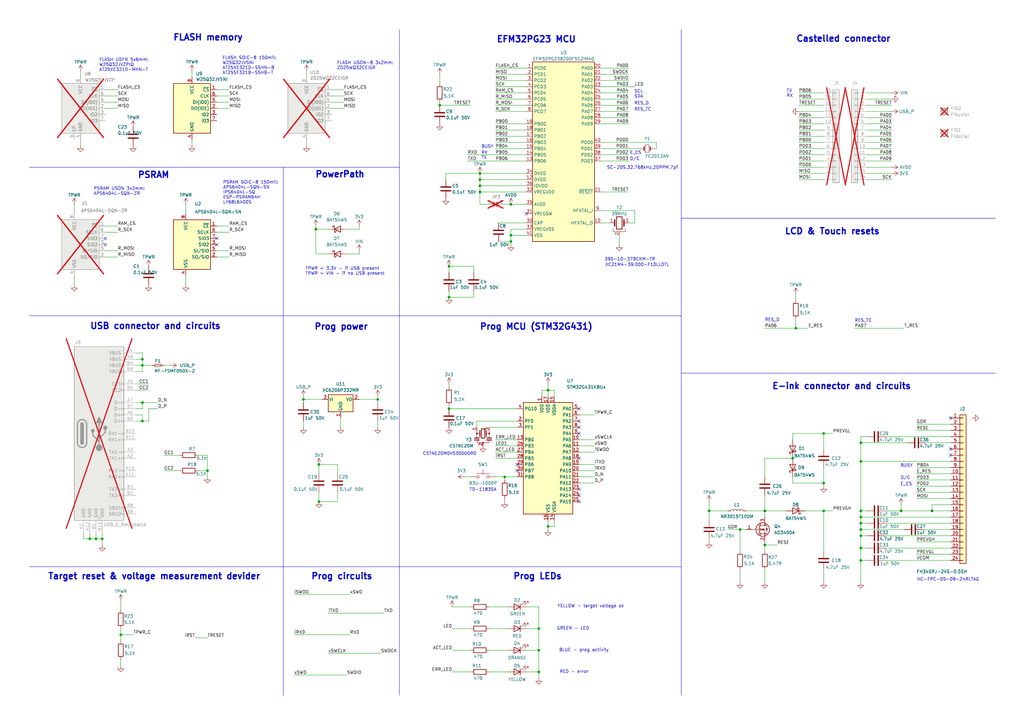
<source format=kicad_sch>
(kicad_sch (version 20231120) (generator "eeschema") (generator_version "8.0")
  (paper "A3")
  (junction (at 353.06 212.09))
  (junction (at 337.82 177.8))
  (junction (at 154.94 163.83))
  (junction (at 49.53 260.35))
  (junction (at 224.79 160.02))
  (junction (at 353.06 209.55))
  (junction (at 196.85 71.12))
  (junction (at 220.98 275.59))
  (junction (at 85.09 193.04))
  (junction (at 353.06 224.79))
  (junction (at 325.12 187.96))
  (junction (at 353.06 214.63))
  (junction (at 220.98 266.7))
  (junction (at 124.46 163.83))
  (junction (at 209.55 83.82))
  (junction (at 224.79 215.9))
  (junction (at 313.69 223.52))
  (junction (at 303.53 217.17))
  (junction (at 196.85 78.74))
  (junction (at 207.01 195.58))
  (junction (at 130.81 205.74))
  (junction (at 337.82 209.55))
  (junction (at 196.85 73.66))
  (junction (at 130.81 190.5))
  (junction (at 58.42 172.72))
  (junction (at 353.06 181.61))
  (junction (at 184.15 167.64))
  (junction (at 129.54 93.98))
  (junction (at 209.55 96.52))
  (junction (at 58.42 147.32))
  (junction (at 220.98 257.81))
  (junction (at 353.06 229.87))
  (junction (at 41.91 220.98))
  (junction (at 180.34 43.18))
  (junction (at 353.06 219.71))
  (junction (at 184.15 121.92))
  (junction (at 209.55 99.06))
  (junction (at 369.57 209.55))
  (junction (at 39.37 220.98))
  (junction (at 58.42 149.86))
  (junction (at 290.83 209.55))
  (junction (at 326.39 134.62))
  (junction (at 313.69 209.55))
  (junction (at 184.15 109.22))
  (junction (at 353.06 189.23))
  (junction (at 353.06 217.17))
  (junction (at 58.42 165.1))
  (junction (at 196.85 76.2))
  (junction (at 36.83 220.98))
  (junction (at 337.82 198.12))
  (junction (at 382.27 209.55))
  (no_connect (at 43.18 100.33))
  (no_connect (at 237.49 203.2))
  (no_connect (at 88.9 97.79))
  (no_connect (at 389.89 171.45))
  (no_connect (at 215.9 87.63))
  (no_connect (at 237.49 167.64))
  (no_connect (at 389.89 186.69))
  (no_connect (at 237.49 187.96))
  (no_connect (at 389.89 184.15))
  (no_connect (at 88.9 100.33))
  (no_connect (at 212.09 193.04))
  (no_connect (at 237.49 172.72))
  (no_connect (at 237.49 175.26))
  (no_connect (at 212.09 190.5))
  (no_connect (at 237.49 200.66))
  (no_connect (at 43.18 97.79))
  (no_connect (at 237.49 177.8))
  (no_connect (at 237.49 205.74))
  (wire (pts (xy 185.42 257.81) (xy 193.04 257.81)))
  (wire (pts (xy 327.66 60.96) (xy 337.82 60.96)))
  (wire (pts (xy 246.38 58.42) (xy 269.24 58.42)))
  (wire (pts (xy 207.01 83.82) (xy 209.55 83.82)))
  (wire (pts (xy 355.6 40.64) (xy 365.76 40.64)))
  (wire (pts (xy 184.15 167.64) (xy 212.09 167.64)))
  (wire (pts (xy 363.22 209.55) (xy 369.57 209.55)))
  (wire (pts (xy 215.9 266.7) (xy 220.98 266.7)))
  (wire (pts (xy 129.54 92.71) (xy 129.54 93.98)))
  (wire (pts (xy 135.89 36.83) (xy 140.97 36.83)))
  (wire (pts (xy 246.38 48.26) (xy 257.81 48.26)))
  (wire (pts (xy 246.38 86.36) (xy 260.35 86.36)))
  (wire (pts (xy 60.96 172.72) (xy 58.42 172.72)))
  (wire (pts (xy 378.46 217.17) (xy 389.89 217.17)))
  (wire (pts (xy 246.38 91.44) (xy 250.19 91.44)))
  (wire (pts (xy 237.49 198.12) (xy 243.84 198.12)))
  (wire (pts (xy 353.06 214.63) (xy 353.06 217.17)))
  (wire (pts (xy 313.69 209.55) (xy 313.69 212.09)))
  (wire (pts (xy 134.62 251.46) (xy 157.48 251.46)))
  (wire (pts (xy 55.88 149.86) (xy 58.42 149.86)))
  (wire (pts (xy 257.81 63.5) (xy 246.38 63.5)))
  (wire (pts (xy 330.2 209.55) (xy 337.82 209.55)))
  (wire (pts (xy 375.92 176.53) (xy 389.89 176.53)))
  (wire (pts (xy 76.2 83.82) (xy 76.2 87.63)))
  (wire (pts (xy 337.82 177.8) (xy 337.82 184.15)))
  (wire (pts (xy 355.6 45.72) (xy 365.76 45.72)))
  (wire (pts (xy 30.48 113.03) (xy 30.48 116.84)))
  (wire (pts (xy 93.98 105.41) (xy 88.9 105.41)))
  (wire (pts (xy 48.26 105.41) (xy 43.18 105.41)))
  (wire (pts (xy 257.81 38.1) (xy 246.38 38.1)))
  (wire (pts (xy 246.38 45.72) (xy 257.81 45.72)))
  (wire (pts (xy 363.22 224.79) (xy 389.89 224.79)))
  (wire (pts (xy 353.06 212.09) (xy 353.06 214.63)))
  (wire (pts (xy 290.83 209.55) (xy 290.83 213.36)))
  (wire (pts (xy 355.6 58.42) (xy 365.76 58.42)))
  (wire (pts (xy 49.53 246.38) (xy 49.53 250.19)))
  (wire (pts (xy 337.82 209.55) (xy 341.63 209.55)))
  (wire (pts (xy 85.09 193.04) (xy 85.09 195.58)))
  (wire (pts (xy 58.42 172.72) (xy 58.42 170.18)))
  (wire (pts (xy 353.06 209.55) (xy 353.06 212.09)))
  (wire (pts (xy 326.39 120.65) (xy 326.39 123.19)))
  (wire (pts (xy 55.88 172.72) (xy 58.42 172.72)))
  (polyline (pts (xy 279.4 129.54) (xy 279.4 285.115)))
  (wire (pts (xy 355.6 71.12) (xy 365.76 71.12)))
  (wire (pts (xy 337.82 233.68) (xy 337.82 238.76)))
  (wire (pts (xy 243.84 190.5) (xy 237.49 190.5)))
  (wire (pts (xy 220.98 275.59) (xy 215.9 275.59)))
  (wire (pts (xy 194.31 109.22) (xy 194.31 111.76)))
  (wire (pts (xy 355.6 48.26) (xy 365.76 48.26)))
  (wire (pts (xy 382.27 207.01) (xy 389.89 207.01)))
  (wire (pts (xy 353.06 212.09) (xy 389.89 212.09)))
  (wire (pts (xy 67.31 186.69) (xy 73.66 186.69)))
  (wire (pts (xy 209.55 83.82) (xy 215.9 83.82)))
  (wire (pts (xy 58.42 149.86) (xy 62.23 149.86)))
  (wire (pts (xy 355.6 63.5) (xy 365.76 63.5)))
  (wire (pts (xy 200.66 175.26) (xy 212.09 175.26)))
  (wire (pts (xy 337.82 209.55) (xy 337.82 226.06)))
  (wire (pts (xy 327.66 40.64) (xy 337.82 40.64)))
  (wire (pts (xy 43.18 41.91) (xy 48.26 41.91)))
  (wire (pts (xy 138.43 201.93) (xy 138.43 205.74)))
  (wire (pts (xy 120.65 243.84) (xy 143.51 243.84)))
  (wire (pts (xy 209.55 99.06) (xy 209.55 100.33)))
  (wire (pts (xy 203.2 33.02) (xy 215.9 33.02)))
  (wire (pts (xy 58.42 170.18) (xy 55.88 170.18)))
  (polyline (pts (xy 12.065 232.41) (xy 279.4 232.41)))
  (wire (pts (xy 227.33 160.02) (xy 227.33 162.56)))
  (wire (pts (xy 120.65 276.86) (xy 142.24 276.86)))
  (wire (pts (xy 327.66 73.66) (xy 337.82 73.66)))
  (wire (pts (xy 124.46 163.83) (xy 124.46 162.56)))
  (polyline (pts (xy 163.83 68.58) (xy 163.83 129.54)))
  (wire (pts (xy 67.31 149.86) (xy 69.85 149.86)))
  (wire (pts (xy 355.6 66.04) (xy 365.76 66.04)))
  (wire (pts (xy 184.15 109.22) (xy 184.15 111.76)))
  (polyline (pts (xy 163.83 129.54) (xy 163.83 285.115)))
  (wire (pts (xy 58.42 167.64) (xy 58.42 165.1)))
  (wire (pts (xy 246.38 35.56) (xy 260.35 35.56)))
  (wire (pts (xy 203.2 182.88) (xy 212.09 182.88)))
  (wire (pts (xy 326.39 134.62) (xy 331.47 134.62)))
  (wire (pts (xy 204.47 99.06) (xy 209.55 99.06)))
  (wire (pts (xy 375.92 227.33) (xy 389.89 227.33)))
  (polyline (pts (xy 116.205 129.54) (xy 116.205 285.115)))
  (wire (pts (xy 85.09 186.69) (xy 81.28 186.69)))
  (wire (pts (xy 142.24 93.98) (xy 147.32 93.98)))
  (wire (pts (xy 353.06 189.23) (xy 389.89 189.23)))
  (wire (pts (xy 224.79 160.02) (xy 222.25 160.02)))
  (polyline (pts (xy 12.065 68.58) (xy 163.83 68.58)))
  (wire (pts (xy 327.66 43.18) (xy 337.82 43.18)))
  (wire (pts (xy 209.55 96.52) (xy 215.9 96.52)))
  (wire (pts (xy 369.57 209.55) (xy 382.27 209.55)))
  (wire (pts (xy 129.54 93.98) (xy 134.62 93.98)))
  (wire (pts (xy 327.66 55.88) (xy 337.82 55.88)))
  (wire (pts (xy 355.6 60.96) (xy 365.76 60.96)))
  (wire (pts (xy 207.01 196.85) (xy 207.01 195.58)))
  (wire (pts (xy 30.48 83.82) (xy 30.48 87.63)))
  (wire (pts (xy 196.85 71.12) (xy 196.85 73.66)))
  (wire (pts (xy 180.34 30.48) (xy 180.34 34.29)))
  (wire (pts (xy 246.38 43.18) (xy 257.81 43.18)))
  (wire (pts (xy 194.31 119.38) (xy 194.31 121.92)))
  (wire (pts (xy 375.92 196.85) (xy 389.89 196.85)))
  (wire (pts (xy 60.96 160.02) (xy 55.88 160.02)))
  (wire (pts (xy 353.06 219.71) (xy 353.06 224.79)))
  (wire (pts (xy 353.06 224.79) (xy 353.06 229.87)))
  (wire (pts (xy 54.61 260.35) (xy 49.53 260.35)))
  (wire (pts (xy 203.2 55.88) (xy 215.9 55.88)))
  (wire (pts (xy 36.83 218.44) (xy 36.83 220.98)))
  (wire (pts (xy 55.88 152.4) (xy 58.42 152.4)))
  (wire (pts (xy 43.18 95.25) (xy 48.26 95.25)))
  (wire (pts (xy 138.43 190.5) (xy 138.43 194.31)))
  (wire (pts (xy 41.91 220.98) (xy 41.91 218.44)))
  (wire (pts (xy 191.77 63.5) (xy 215.9 63.5)))
  (wire (pts (xy 220.98 257.81) (xy 220.98 266.7)))
  (wire (pts (xy 257.81 40.64) (xy 246.38 40.64)))
  (wire (pts (xy 180.34 43.18) (xy 180.34 41.91)))
  (wire (pts (xy 353.06 229.87) (xy 355.6 229.87)))
  (wire (pts (xy 313.69 187.96) (xy 325.12 187.96)))
  (wire (pts (xy 353.06 217.17) (xy 353.06 219.71)))
  (wire (pts (xy 353.06 229.87) (xy 353.06 238.76)))
  (wire (pts (xy 203.2 187.96) (xy 212.09 187.96)))
  (wire (pts (xy 257.81 27.94) (xy 246.38 27.94)))
  (wire (pts (xy 154.94 172.72) (xy 154.94 175.26)))
  (wire (pts (xy 33.02 29.21) (xy 33.02 31.75)))
  (wire (pts (xy 298.45 217.17) (xy 303.53 217.17)))
  (wire (pts (xy 200.66 248.92) (xy 208.28 248.92)))
  (wire (pts (xy 184.15 121.92) (xy 194.31 121.92)))
  (wire (pts (xy 34.29 218.44) (xy 34.29 220.98)))
  (wire (pts (xy 224.79 160.02) (xy 224.79 162.56)))
  (wire (pts (xy 134.62 267.97) (xy 156.21 267.97)))
  (wire (pts (xy 64.77 167.64) (xy 60.96 167.64)))
  (wire (pts (xy 369.57 207.01) (xy 369.57 209.55)))
  (wire (pts (xy 55.88 167.64) (xy 58.42 167.64)))
  (wire (pts (xy 203.2 195.58) (xy 207.01 195.58)))
  (wire (pts (xy 220.98 248.92) (xy 215.9 248.92)))
  (wire (pts (xy 224.79 217.17) (xy 224.79 215.9)))
  (wire (pts (xy 303.53 217.17) (xy 303.53 226.06)))
  (wire (pts (xy 337.82 191.77) (xy 337.82 198.12)))
  (wire (pts (xy 58.42 149.86) (xy 58.42 152.4)))
  (wire (pts (xy 39.37 220.98) (xy 41.91 220.98)))
  (wire (pts (xy 355.6 38.1) (xy 365.76 38.1)))
  (wire (pts (xy 124.46 163.83) (xy 124.46 165.1)))
  (wire (pts (xy 350.52 134.62) (xy 370.84 134.62)))
  (wire (pts (xy 353.06 181.61) (xy 353.06 189.23)))
  (wire (pts (xy 124.46 172.72) (xy 124.46 175.26)))
  (wire (pts (xy 260.35 91.44) (xy 257.81 91.44)))
  (wire (pts (xy 363.22 229.87) (xy 389.89 229.87)))
  (wire (pts (xy 353.06 219.71) (xy 355.6 219.71)))
  (wire (pts (xy 246.38 60.96) (xy 262.89 60.96)))
  (wire (pts (xy 88.9 92.71) (xy 93.98 92.71)))
  (wire (pts (xy 60.96 167.64) (xy 60.96 172.72)))
  (wire (pts (xy 88.9 102.87) (xy 93.98 102.87)))
  (wire (pts (xy 257.81 66.04) (xy 246.38 66.04)))
  (wire (pts (xy 78.74 57.15) (xy 78.74 59.69)))
  (wire (pts (xy 182.88 71.12) (xy 196.85 71.12)))
  (wire (pts (xy 375.92 222.25) (xy 389.89 222.25)))
  (wire (pts (xy 78.74 29.21) (xy 78.74 31.75)))
  (wire (pts (xy 138.43 190.5) (xy 130.81 190.5)))
  (wire (pts (xy 355.6 43.18) (xy 365.76 43.18)))
  (wire (pts (xy 207.01 204.47) (xy 207.01 205.74)))
  (polyline (pts (xy 163.83 129.54) (xy 116.205 129.54)))
  (wire (pts (xy 246.38 50.8) (xy 257.81 50.8)))
  (wire (pts (xy 200.66 257.81) (xy 208.28 257.81)))
  (wire (pts (xy 237.49 195.58) (xy 243.84 195.58)))
  (wire (pts (xy 313.69 134.62) (xy 326.39 134.62)))
  (wire (pts (xy 142.24 104.14) (xy 147.32 104.14)))
  (wire (pts (xy 88.9 44.45) (xy 93.98 44.45)))
  (wire (pts (xy 43.18 39.37) (xy 48.26 39.37)))
  (wire (pts (xy 313.69 223.52) (xy 313.69 226.06)))
  (wire (pts (xy 203.2 45.72) (xy 215.9 45.72)))
  (wire (pts (xy 147.32 104.14) (xy 147.32 102.87)))
  (wire (pts (xy 39.37 218.44) (xy 39.37 220.98)))
  (wire (pts (xy 363.22 179.07) (xy 389.89 179.07)))
  (wire (pts (xy 355.6 55.88) (xy 365.76 55.88)))
  (wire (pts (xy 41.91 220.98) (xy 41.91 223.52)))
  (wire (pts (xy 327.66 48.26) (xy 337.82 48.26)))
  (wire (pts (xy 326.39 130.81) (xy 326.39 134.62)))
  (wire (pts (xy 203.2 38.1) (xy 215.9 38.1)))
  (polyline (pts (xy 12.065 129.54) (xy 116.205 129.54)))
  (wire (pts (xy 203.2 40.64) (xy 215.9 40.64)))
  (wire (pts (xy 224.79 157.48) (xy 224.79 160.02)))
  (wire (pts (xy 355.6 73.66) (xy 365.76 73.66)))
  (wire (pts (xy 322.58 209.55) (xy 313.69 209.55)))
  (wire (pts (xy 375.92 204.47) (xy 389.89 204.47)))
  (wire (pts (xy 220.98 248.92) (xy 220.98 257.81)))
  (wire (pts (xy 58.42 165.1) (xy 64.77 165.1)))
  (wire (pts (xy 353.06 179.07) (xy 353.06 181.61)))
  (wire (pts (xy 355.6 50.8) (xy 365.76 50.8)))
  (wire (pts (xy 203.2 27.94) (xy 215.9 27.94)))
  (wire (pts (xy 43.18 36.83) (xy 48.26 36.83)))
  (wire (pts (xy 203.2 185.42) (xy 212.09 185.42)))
  (wire (pts (xy 33.02 57.15) (xy 33.02 59.69)))
  (wire (pts (xy 203.2 30.48) (xy 215.9 30.48)))
  (polyline (pts (xy 116.205 129.54) (xy 116.205 68.58)))
  (wire (pts (xy 49.53 262.89) (xy 49.53 260.35)))
  (wire (pts (xy 363.22 214.63) (xy 389.89 214.63)))
  (wire (pts (xy 353.06 214.63) (xy 355.6 214.63)))
  (wire (pts (xy 243.84 182.88) (xy 237.49 182.88)))
  (wire (pts (xy 135.89 39.37) (xy 140.97 39.37)))
  (wire (pts (xy 134.62 104.14) (xy 129.54 104.14)))
  (wire (pts (xy 196.85 83.82) (xy 196.85 78.74)))
  (wire (pts (xy 139.7 171.45) (xy 139.7 175.26)))
  (wire (pts (xy 257.81 30.48) (xy 246.38 30.48)))
  (wire (pts (xy 88.9 95.25) (xy 93.98 95.25)))
  (wire (pts (xy 327.66 38.1) (xy 337.82 38.1)))
  (wire (pts (xy 290.83 209.55) (xy 298.45 209.55)))
  (wire (pts (xy 55.88 147.32) (xy 58.42 147.32)))
  (wire (pts (xy 325.12 198.12) (xy 325.12 195.58)))
  (wire (pts (xy 325.12 198.12) (xy 337.82 198.12)))
  (wire (pts (xy 327.66 66.04) (xy 337.82 66.04)))
  (wire (pts (xy 203.2 180.34) (xy 212.09 180.34)))
  (wire (pts (xy 337.82 177.8) (xy 341.63 177.8)))
  (wire (pts (xy 135.89 41.91) (xy 140.97 41.91)))
  (wire (pts (xy 203.2 53.34) (xy 215.9 53.34)))
  (wire (pts (xy 327.66 53.34) (xy 337.82 53.34)))
  (wire (pts (xy 138.43 205.74) (xy 130.81 205.74)))
  (wire (pts (xy 58.42 147.32) (xy 58.42 149.86)))
  (wire (pts (xy 200.66 266.7) (xy 208.28 266.7)))
  (wire (pts (xy 184.15 109.22) (xy 194.31 109.22)))
  (wire (pts (xy 132.08 163.83) (xy 124.46 163.83)))
  (wire (pts (xy 34.29 220.98) (xy 36.83 220.98)))
  (wire (pts (xy 203.2 60.96) (xy 215.9 60.96)))
  (wire (pts (xy 80.01 261.62) (xy 85.09 261.62)))
  (wire (pts (xy 215.9 93.98) (xy 209.55 93.98)))
  (wire (pts (xy 227.33 160.02) (xy 224.79 160.02)))
  (wire (pts (xy 337.82 199.39) (xy 337.82 198.12)))
  (wire (pts (xy 195.58 175.26) (xy 195.58 172.72)))
  (wire (pts (xy 355.6 53.34) (xy 365.76 53.34)))
  (wire (pts (xy 193.04 195.58) (xy 190.5 195.58)))
  (wire (pts (xy 154.94 162.56) (xy 154.94 163.83)))
  (wire (pts (xy 353.06 217.17) (xy 370.84 217.17)))
  (wire (pts (xy 257.81 33.02) (xy 246.38 33.02)))
  (wire (pts (xy 195.58 172.72) (xy 212.09 172.72)))
  (wire (pts (xy 76.2 113.03) (xy 76.2 116.84)))
  (wire (pts (xy 43.18 102.87) (xy 48.26 102.87)))
  (wire (pts (xy 88.9 41.91) (xy 93.98 41.91)))
  (wire (pts (xy 49.53 270.51) (xy 49.53 273.05)))
  (wire (pts (xy 260.35 86.36) (xy 260.35 91.44)))
  (wire (pts (xy 224.79 215.9) (xy 224.79 213.36)))
  (wire (pts (xy 313.69 222.25) (xy 313.69 223.52)))
  (wire (pts (xy 88.9 36.83) (xy 93.98 36.83)))
  (wire (pts (xy 125.73 29.21) (xy 125.73 31.75)))
  (wire (pts (xy 269.24 60.96) (xy 267.97 60.96)))
  (wire (pts (xy 185.42 275.59) (xy 193.04 275.59)))
  (wire (pts (xy 55.88 144.78) (xy 58.42 144.78)))
  (wire (pts (xy 203.2 35.56) (xy 215.9 35.56)))
  (polyline (pts (xy 279.4 12.065) (xy 279.4 129.54)))
  (wire (pts (xy 382.27 207.01) (xy 382.27 209.55)))
  (wire (pts (xy 200.66 275.59) (xy 208.28 275.59)))
  (wire (pts (xy 327.66 68.58) (xy 337.82 68.58)))
  (wire (pts (xy 196.85 73.66) (xy 215.9 73.66)))
  (wire (pts (xy 130.81 190.5) (xy 130.81 194.31)))
  (wire (pts (xy 209.55 93.98) (xy 209.55 96.52)))
  (wire (pts (xy 363.22 219.71) (xy 389.89 219.71)))
  (wire (pts (xy 60.96 157.48) (xy 55.88 157.48)))
  (wire (pts (xy 327.66 63.5) (xy 337.82 63.5)))
  (wire (pts (xy 254 100.33) (xy 254 96.52)))
  (wire (pts (xy 327.66 50.8) (xy 337.82 50.8)))
  (wire (pts (xy 243.84 193.04) (xy 237.49 193.04)))
  (wire (pts (xy 220.98 266.7) (xy 220.98 275.59)))
  (wire (pts (xy 49.53 257.81) (xy 49.53 260.35)))
  (wire (pts (xy 313.69 203.2) (xy 313.69 209.55)))
  (wire (pts (xy 327.66 45.72) (xy 337.82 45.72)))
  (polyline (pts (xy 279.4 89.535) (xy 408.305 89.535)))
  (wire (pts (xy 290.83 220.98) (xy 290.83 222.25)))
  (wire (pts (xy 125.73 57.15) (xy 125.73 59.69)))
  (wire (pts (xy 207.01 195.58) (xy 212.09 195.58)))
  (wire (pts (xy 196.85 78.74) (xy 215.9 78.74)))
  (wire (pts (xy 203.2 43.18) (xy 215.9 43.18)))
  (wire (pts (xy 191.77 66.04) (xy 215.9 66.04)))
  (wire (pts (xy 353.06 189.23) (xy 353.06 209.55)))
  (wire (pts (xy 379.73 181.61) (xy 389.89 181.61)))
  (wire (pts (xy 325.12 177.8) (xy 325.12 180.34)))
  (wire (pts (xy 196.85 76.2) (xy 196.85 73.66)))
  (wire (pts (xy 382.27 209.55) (xy 389.89 209.55)))
  (wire (pts (xy 303.53 233.68) (xy 303.53 238.76)))
  (wire (pts (xy 220.98 278.13) (xy 220.98 275.59)))
  (wire (pts (xy 355.6 68.58) (xy 365.76 68.58)))
  (wire (pts (xy 290.83 205.74) (xy 290.83 209.55)))
  (wire (pts (xy 204.47 91.44) (xy 215.9 91.44)))
  (wire (pts (xy 185.42 248.92) (xy 193.04 248.92)))
  (wire (pts (xy 269.24 58.42) (xy 269.24 60.96)))
  (wire (pts (xy 120.65 260.35) (xy 143.51 260.35)))
  (wire (pts (xy 215.9 257.81) (xy 220.98 257.81)))
  (wire (pts (xy 313.69 233.68) (xy 313.69 238.76)))
  (wire (pts (xy 327.66 71.12) (xy 337.82 71.12)))
  (wire (pts (xy 222.25 160.02) (xy 222.25 162.56)))
  (polyline (pts (xy 163.83 129.54) (xy 279.4 129.54)))
  (wire (pts (xy 237.49 170.18) (xy 243.84 170.18)))
  (wire (pts (xy 353.06 224.79) (xy 355.6 224.79)))
  (wire (pts (xy 313.69 223.52) (xy 318.77 223.52)))
  (polyline (pts (xy 163.83 68.58) (xy 163.83 12.065)))
  (wire (pts (xy 203.2 50.8) (xy 215.9 50.8)))
  (wire (pts (xy 243.84 185.42) (xy 237.49 185.42)))
  (wire (pts (xy 375.92 194.31) (xy 389.89 194.31)))
  (wire (pts (xy 325.12 177.8) (xy 337.82 177.8)))
  (wire (pts (xy 196.85 76.2) (xy 196.85 78.74)))
  (wire (pts (xy 88.9 39.37) (xy 93.98 39.37)))
  (wire (pts (xy 184.15 166.37) (xy 184.15 167.64)))
  (wire (pts (xy 196.85 76.2) (xy 215.9 76.2)))
  (wire (pts (xy 43.18 92.71) (xy 48.26 92.71)))
  (wire (pts (xy 85.09 193.04) (xy 81.28 193.04)))
  (wire (pts (xy 375.92 199.39) (xy 389.89 199.39)))
  (wire (pts (xy 85.09 186.69) (xy 85.09 193.04)))
  (wire (pts (xy 196.85 83.82) (xy 199.39 83.82)))
  (wire (pts (xy 313.69 187.96) (xy 313.69 195.58)))
  (wire (pts (xy 196.85 71.12) (xy 215.9 71.12)))
  (wire (pts (xy 147.32 92.71) (xy 147.32 93.98)))
  (wire (pts (xy 246.38 78.74) (xy 257.81 78.74)))
  (wire (pts (xy 203.2 58.42) (xy 215.9 58.42)))
  (wire (pts (xy 375.92 173.99) (xy 389.89 173.99)))
  (wire (pts (xy 227.33 213.36) (xy 227.33 215.9)))
  (wire (pts (xy 43.18 44.45) (xy 48.26 44.45)))
  (wire (pts (xy 58.42 165.1) (xy 55.88 165.1)))
  (wire (pts (xy 180.34 43.18) (xy 193.04 43.18)))
  (wire (pts (xy 130.81 201.93) (xy 130.81 205.74)))
  (wire (pts (xy 355.6 179.07) (xy 353.06 179.07)))
  (wire (pts (xy 129.54 104.14) (xy 129.54 93.98)))
  (wire (pts (xy 227.33 215.9) (xy 224.79 215.9)))
  (wire (pts (xy 303.53 217.17) (xy 306.07 217.17)))
  (wire (pts (xy 184.15 119.38) (xy 184.15 121.92)))
  (wire (pts (xy 135.89 44.45) (xy 140.97 44.45)))
  (wire (pts (xy 243.84 180.34) (xy 237.49 180.34)))
  (wire (pts (xy 353.06 209.55) (xy 355.6 209.55)))
  (wire (pts (xy 375.92 201.93) (xy 389.89 201.93)))
  (wire (pts (xy 184.15 157.48) (xy 184.15 158.75)))
  (wire (pts (xy 185.42 266.7) (xy 193.04 266.7)))
  (wire (pts (xy 353.06 181.61) (xy 372.11 181.61)))
  (polyline (pts (xy 279.4 153.035) (xy 408.305 153.035)))
  (wire (pts (xy 147.32 163.83) (xy 154.94 163.83)))
  (wire (pts (xy 154.94 163.83) (xy 154.94 165.1)))
  (wire (pts (xy 67.31 193.04) (xy 73.66 193.04)))
  (wire (pts (xy 182.88 73.66) (xy 182.88 71.12)))
  (wire (pts (xy 306.07 209.55) (xy 313.69 209.55)))
  (wire (pts (xy 36.83 220.98) (xy 39.37 220.98)))
  (wire (pts (xy 327.66 58.42) (xy 337.82 58.42)))
  (wire (pts (xy 209.55 96.52) (xy 209.55 99.06)))
  (wire (pts (xy 58.42 144.78) (xy 58.42 147.32)))
  (wire (pts (xy 375.92 191.77) (xy 389.89 191.77)))
  (text "Prog circuits" (at 140.208 236.474 0) (effects (font (size 2.54 2.54) (thickness 0.508) (bold yes))))
  (text "BUSY" (at 197.358 60.198 0) (effects (font (size 1.27 1.27)) (justify left)))
  (text "BUSY" (at 369.316 191.008 0) (effects (font (size 1.27 1.27)) (justify left)))
  (text "RES_TC" (at 350.52 131.572 0) (effects (font (size 1.27 1.27)) (justify left)))
  (text "RES_D" (at 260.096 42.418 0) (effects (font (size 1.27 1.27)) (justify left)))
  (text "USB connector and circuits" (at 63.754 133.858 0) (effects (font (size 2.54 2.54) (thickness 0.508) (bold yes))))
  (text "RX\nTX" (at 197.358 63.754 0) (effects (font (size 1.27 1.27)) (justify left)))
  (text "TX\nRX" (at 322.58 38.354 0) (effects (font (size 1.27 1.27)) (justify left)))
  (text "YELLOW - target voltage ok" (at 242.316 248.666 0) (effects (font (size 1.27 1.27))))
  (text "SC-20S,32.768kHz,20PPM,7pF" (at 263.652 68.834 0) (effects (font (size 1.27 1.27))))
  (text "RED - error\n" (at 235.458 275.59 0) (effects (font (size 1.27 1.27))))
  (text "390-10-37BCKM-TR" (at 258.318 106.426 0) (effects (font (size 1.27 1.27))))
  (text "Target reset & voltage measurement devider" (at 63.246 236.474 0) (effects (font (size 2.54 2.54) (thickness 0.508) (bold yes))))
  (text "TD-1183SA\n" (at 198.12 200.914 0) (effects (font (size 1.27 1.27))))
  (text "Prog LEDs" (at 220.472 236.474 0) (effects (font (size 2.54 2.54) (thickness 0.508) (bold yes))))
  (text "RES_TC" (at 260.096 44.958 0) (effects (font (size 1.27 1.27)) (justify left)))
  (text "BLUE - prog activity" (at 239.522 266.7 0) (effects (font (size 1.27 1.27))))
  (text "TPWR = 3.3V - if USB present\nTPWR = VIN - if no USB present" (at 125.222 111.252 0) (effects (font (size 1.27 1.27)) (justify left)))
  (text "FLASH SOIC-8 150mil: \nW25Q32JVSNI\nAT25XE321D-SSHN-B\nAT25SF321B-SSHB-T" (at 91.186 26.924 0) (effects (font (size 1.27 1.27)) (justify left)))
  (text "D/C" (at 258.318 65.278 0) (effects (font (size 1.27 1.27)) (justify left)))
  (text "RES_D" (at 313.69 131.318 0) (effects (font (size 1.27 1.27)) (justify left)))
  (text "Prog MCU (STM32G431)" (at 219.964 134.112 0) (effects (font (size 2.54 2.54) (thickness 0.508) (bold yes))))
  (text "GREEN - LED" (at 228.346 257.81 0) (effects (font (size 1.27 1.27)) (justify left)))
  (text "PowerPath" (at 139.446 71.628 0) (effects (font (size 2.54 2.54) (thickness 0.508) (bold yes))))
  (text "FLASH UDFN 5x6mm: \nW25Q32JVZPIQ\nAT25XE321D-MHN-T" (at 40.64 26.67 0) (effects (font (size 1.27 1.27)) (justify left)))
  (text "FLASH memory" (at 85.344 15.494 0) (effects (font (size 2.54 2.54) (thickness 0.508) (bold yes))))
  (text "FLASH USON-8 3x2mm: \nZD25WQ32CEIGR" (at 138.176 26.924 0) (effects (font (size 1.27 1.27)) (justify left)))
  (text "E_CS" (at 369.316 198.628 0) (effects (font (size 1.27 1.27)) (justify left)))
  (text "Prog power" (at 139.954 134.112 0) (effects (font (size 2.54 2.54) (thickness 0.508) (bold yes))))
  (text "SCL\nSDA" (at 260.096 38.608 0) (effects (font (size 1.27 1.27)) (justify left)))
  (text "PSRAM" (at 62.992 71.882 0) (effects (font (size 2.54 2.54) (thickness 0.508) (bold yes))))
  (text "LCD & Touch resets\n" (at 341.376 94.996 0) (effects (font (size 2.54 2.54) (thickness 0.508) (bold yes))))
  (text "Castelled connector" (at 345.948 16.002 0) (effects (font (size 2.54 2.54) (thickness 0.508) (bold yes))))
  (text "D/C" (at 369.316 196.088 0) (effects (font (size 1.27 1.27)) (justify left)))
  (text "E_CS" (at 258.318 62.738 0) (effects (font (size 1.27 1.27)) (justify left)))
  (text "HC-FPC-05-09-24RLTAG" (at 388.874 237.744 0) (effects (font (size 1.27 1.27))))
  (text "EFM32PG23 MCU" (at 219.964 16.256 0) (effects (font (size 2.54 2.54) (thickness 0.508) (bold yes))))
  (text "E-ink connector and circuits" (at 345.186 158.496 0) (effects (font (size 2.54 2.54) (thickness 0.508) (bold yes))))
  (text "XC21M4-39.000-F10LLDTL" (at 261.366 108.712 0) (effects (font (size 1.27 1.27))))
  (text "PSRAM SOIC-8 150mil: \nAPS6404L-SQN-SN\nIPS6404L-SQ\nESP-PSRAM64H\nLY68L6400S" (at 91.44 78.994 0) (effects (font (size 1.27 1.27)) (justify left)))
  (text "CSTNE20M0V530000R0" (at 184.404 186.182 0) (effects (font (size 1.27 1.27))))
  (text "PSRAM USON 3x2mm: \nAPS6404L-SQN-ZR\n" (at 38.354 78.486 0) (effects (font (size 1.27 1.27)) (justify left)))
  (label "PB03" (at 203.2 58.42 0))
  (label "PB05" (at 203.2 63.5 0))
  (label "PD00" (at 327.66 68.58 0))
  (label "MISO" (at 140.97 44.45 0))
  (label "PB06" (at 203.2 66.04 0))
  (label "TXD" (at 157.48 251.46 0))
  (label "E_RES" (at 331.47 134.62 0))
  (label "PA00" (at 365.76 48.26 180))
  (label "D_N" (at 243.84 195.58 0))
  (label "PREVGH" (at 341.63 209.55 0))
  (label "MOSI" (at 93.98 41.91 0))
  (label "PA05" (at 365.76 55.88 180))
  (label "R_MOSI" (at 203.2 43.18 0))
  (label "PA06" (at 313.69 134.62 0))
  (label "R_MISO" (at 203.2 40.64 0))
  (label "SCK" (at 203.2 35.56 0))
  (label "MOSI" (at 203.2 33.02 0))
  (label "T_RES" (at 370.84 134.62 0))
  (label "TPWR_C" (at 54.61 260.35 0))
  (label "TXD" (at 191.77 66.04 0))
  (label "SCK" (at 48.26 39.37 0))
  (label "MOSI" (at 48.26 41.91 0))
  (label "PB01" (at 203.2 53.34 0))
  (label "PREVGL" (at 341.63 177.8 0))
  (label "MOSI" (at 327.66 73.66 0))
  (label "R_SCK" (at 48.26 95.25 0))
  (label "R_SCK" (at 203.2 45.72 0))
  (label "SWDCK" (at 257.81 30.48 180))
  (label "TRESET" (at 327.66 43.18 0))
  (label "ACT_LED" (at 203.2 185.42 0))
  (label "SCK" (at 140.97 39.37 0))
  (label "RAM_CS" (at 48.26 92.71 0))
  (label "LED" (at 185.42 257.81 180))
  (label "PA08" (at 365.76 63.5 180))
  (label "MOSI" (at 140.97 41.91 0))
  (label "TRESET" (at 257.81 78.74 180))
  (label "PB00" (at 203.2 50.8 0))
  (label "MOSI" (at 375.92 204.47 0))
  (label "PA03" (at 257.81 35.56 180))
  (label "CC2" (at 60.96 160.02 180))
  (label "ERR_LED" (at 185.42 275.59 180))
  (label "VCOM" (at 375.92 229.87 0))
  (label "LED1" (at 203.2 182.88 0))
  (label "PA08" (at 257.81 48.26 180))
  (label "R_MISO" (at 48.26 105.41 0))
  (label "PA00" (at 257.81 27.94 180))
  (label "PB01" (at 327.66 55.88 0))
  (label "CC1" (at 60.96 157.48 180))
  (label "D_P" (at 64.77 167.64 0))
  (label "SWDIO" (at 257.81 33.02 180))
  (label "ERR_LED" (at 203.2 180.34 0))
  (label "D_N" (at 64.77 165.1 0))
  (label "GDR" (at 298.45 217.17 0))
  (label "CC1" (at 67.31 186.69 0))
  (label "PB04" (at 203.2 60.96 0))
  (label "E_RES" (at 375.92 194.31 0))
  (label "RAM_CS" (at 93.98 92.71 0))
  (label "PD03" (at 327.66 60.96 0))
  (label "TRESET" (at 193.04 43.18 180))
  (label "PA07" (at 257.81 45.72 180))
  (label "MISO" (at 48.26 44.45 0))
  (label "PREVGH" (at 375.92 222.25 0))
  (label "PB05" (at 327.66 40.64 0))
  (label "RESE" (at 375.92 176.53 0))
  (label "xSWD" (at 143.51 243.84 0))
  (label "PA09" (at 257.81 50.8 180))
  (label "PD01" (at 327.66 66.04 0))
  (label "PD01" (at 257.81 60.96 180))
  (label "GDR" (at 375.92 173.99 0))
  (label "CC2" (at 67.31 193.04 0))
  (label "iRST" (at 80.01 261.62 180))
  (label "PB00" (at 327.66 58.42 0))
  (label "D_P" (at 243.84 198.12 0))
  (label "PA03" (at 365.76 50.8 180))
  (label "PA09" (at 365.76 66.04 180))
  (label "iRXD" (at 120.65 260.35 0))
  (label "TRESET" (at 365.76 43.18 180))
  (label "PB04" (at 327.66 48.26 0))
  (label "PD03" (at 257.81 66.04 180))
  (label "MISO" (at 203.2 30.48 0))
  (label "FLASH_CS" (at 203.2 27.94 0))
  (label "xSWD" (at 120.65 276.86 0))
  (label "SCK" (at 365.76 73.66 180))
  (label "LED" (at 260.35 35.56 0))
  (label "PD02" (at 327.66 63.5 0))
  (label "PA04" (at 257.81 38.1 180))
  (label "PD02" (at 257.81 63.5 180))
  (label "MISO" (at 327.66 71.12 0))
  (label "xSWD" (at 243.84 182.88 0))
  (label "SWDIO" (at 142.24 276.86 0))
  (label "iTXD" (at 134.62 251.46 0))
  (label "R_MOSI" (at 93.98 102.87 0))
  (label "RESE" (at 318.77 223.52 0))
  (label "SWDCK" (at 156.21 267.97 0))
  (label "TRESET" (at 85.09 261.62 0))
  (label "FLASH_CS" (at 48.26 36.83 0))
  (label "RXD" (at 143.51 260.35 0))
  (label "SCK" (at 375.92 201.93 0))
  (label "PA07" (at 365.76 60.96 180))
  (label "PB04" (at 375.92 191.77 0))
  (label "FLASH_CS" (at 93.98 36.83 0))
  (label "R_SCK" (at 93.98 95.25 0))
  (label "PA04" (at 365.76 53.34 180))
  (label "iRST" (at 203.2 187.96 0))
  (label "PD00" (at 257.81 58.42 180))
  (label "PB03" (at 327.66 50.8 0))
  (label "PA07" (at 350.52 134.62 0))
  (label "TPWR_C" (at 243.84 170.18 0))
  (label "PB02" (at 327.66 53.34 0))
  (label "iRXD" (at 243.84 193.04 0))
  (label "MISO" (at 93.98 44.45 0))
  (label "PA06" (at 365.76 58.42 180))
  (label "RAM_CS" (at 203.2 38.1 0))
  (label "PD02" (at 375.92 199.39 0))
  (label "PA06" (at 257.81 43.18 180))
  (label "PD03" (at 375.92 196.85 0))
  (label "PREVGL" (at 375.92 227.33 0))
  (label "iTXD" (at 243.84 190.5 0))
  (label "PA05" (at 257.81 40.64 180))
  (label "iSWDO" (at 120.65 243.84 0))
  (label "ACT_LED" (at 185.42 266.7 180))
  (label "PB02" (at 203.2 55.88 0))
  (label "PB06" (at 327.66 38.1 0))
  (label "SCK" (at 93.98 39.37 0))
  (label "xSWCLK" (at 134.62 267.97 0))
  (label "R_MOSI" (at 48.26 102.87 0))
  (label "xSWCLK" (at 243.84 180.34 0))
  (label "RXD" (at 191.77 63.5 0))
  (label "iSWDO" (at 243.84 185.42 0))
  (label "FLASH_CS" (at 140.97 36.83 0))
  (label "R_MISO" (at 93.98 105.41 0))
  (symbol (lib_id "power:GND") (at 182.88 81.28 0) (mirror y) (unit 1)
    (property "Reference" "#PWR013" (effects (hide yes)))
    (property "Value" "GND" (effects (hide yes)))
    (property "Description" "Power symbol creates a global label with name \"GND\" , ground" (effects (hide yes)))
  )
  (symbol (lib_id "power:VCC") (at 129.54 92.71 0) (unit 1)
    (property "Reference" "#PWR067" (effects (hide yes)))
    (property "Value" "TPWR" (at 129.54 88.9 0))
    (property "Description" "Power symbol creates a global label with name \"VCC\"" (effects (hide yes)))
  )
  (symbol (lib_id "power:VCC") (at 369.57 207.01 0) (unit 1)
    (property "Reference" "#PWR022" (effects (hide yes)))
    (property "Value" "TPWR" (at 369.57 203.2 0))
    (property "Description" "Power symbol creates a global label with name \"VCC\"" (effects (hide yes)))
  )
  (symbol (lib_id "MCU_ST_STM32G4:STM32G431KBUx") (at 224.79 187.96 0) (unit 1)
    (property "Reference" "U7" (at 232.41 156.21 0) (effects (justify left)))
    (property "Value" "STM32G431KBUx" (at 232.41 158.75 0) (effects (justify left)))
    (property "Footprint" "Package_DFN_QFN:QFN-32-1EP_5x5mm_P0.5mm_EP3.45x3.45mm" (effects (hide yes)))
    (property "Datasheet" "https://www.st.com/resource/en/datasheet/stm32g431kb.pdf" (effects (hide yes)))
    (property "Description" "STMicroelectronics Arm Cortex-M4 MCU, 128KB flash, 32KB RAM, 170 MHz, 1.71-3.6V, 26 GPIO, UFQFPN32" (effects (hide yes)))
    (property "LCSC Part #" "C1341901" (effects (hide yes)))
    (property "Mouser Part #" "511-STM32G431KBU6" (effects (hide yes)))
    (property "Part Number" "STM32G431KBU6" (effects (hide yes)))
  )
  (symbol (lib_id "Device:C") (at 359.41 229.87 90) (unit 1)
    (property "Reference" "C34" (at 364.49 228.6 90) (effects (justify left)))
    (property "Value" "1uF 50V" (at 369.062 231.14 90) (effects (justify left)))
    (property "Footprint" "Capacitor_SMD:C_0402_1005Metric" (effects (hide yes)))
    (property "LCSC Part #" "C1518208" (effects (hide yes)))
    (property "Mouser Part #" "81-GRM155R61H105KE5J" (effects (hide yes)))
    (property "Part Number" "GRM155R61H105KE5J" (effects (hide yes)))
  )
  (symbol (lib_id "power:VCC") (at 147.32 92.71 0) (unit 1)
    (property "Reference" "#PWR068" (effects (hide yes)))
    (property "Value" "3V3" (at 147.32 88.9 0))
    (property "Description" "Power symbol creates a global label with name \"VCC\"" (effects (hide yes)))
  )
  (symbol (lib_id "power:VCC") (at 224.79 157.48 0) (unit 1)
    (property "Reference" "#PWR045" (effects (hide yes)))
    (property "Value" "3V3" (at 224.79 153.67 0))
    (property "Description" "Power symbol creates a global label with name \"VCC\"" (effects (hide yes)))
  )
  (symbol (lib_id "power:VCC") (at 365.76 68.58 270) (unit 1)
    (property "Reference" "#PWR069" (effects (hide yes)))
    (property "Value" "AVDD" (at 371.348 68.58 90))
    (property "Description" "Power symbol creates a global label with name \"VCC\"" (effects (hide yes)))
  )
  (symbol (lib_id "Device:C") (at 138.43 198.12 0) (unit 1)
    (property "Reference" "C20" (at 138.938 195.58 0) (effects (justify left)))
    (property "Value" "0.1uF 50V" (at 139.192 200.66 0) (effects (justify left)))
    (property "Footprint" "Capacitor_SMD:C_0402_1005Metric" (effects (hide yes)))
    (property "LCSC Part #" "C5142567" (effects (hide yes)))
    (property "Mouser Part #" "187-CL05B104KB5NNWC" (effects (hide yes)))
    (property "Part Number" "CL05B104KB5NNWC" (effects (hide yes)))
  )
  (symbol (lib_id "Device:Crystal_Small") (at 265.43 60.96 0) (unit 1)
    (property "Reference" "Y1" (at 265.43 56.896 0))
    (property "Value" "FC2012AN" (at 269.494 64.008 0))
    (property "Footprint" "Kampela_components:Crystal_SMD_2012-2Pin_2.0x1.2mm" (effects (hide yes)))
    (property "Description" "Two pin crystal, small symbol" (effects (hide yes)))
    (property "LCSC Part #" "C97602" (effects (hide yes)))
    (property "Mouser Part #" "732-F32768K90NN60KC7" (effects (hide yes)))
    (property "Part Number" "F32768K90NN60KC7" (effects (hide yes)))
  )
  (symbol (lib_id "Device:Crystal_GND2") (at 254 91.44 0) (unit 1)
    (property "Reference" "Y2" (at 254 85.09 0))
    (property "Value" "39MHz" (at 254 87.63 0))
    (property "Footprint" "Kampela_components:Crystal_SMD_2016-4Pin_2.0x1.6mm" (effects (hide yes)))
    (property "Description" "Three pin crystal, GND on pin 2" (effects (hide yes)))
    (property "LCSC Part #" "C3034315" (effects (hide yes)))
    (property "Mouser Part #" "520-390-10-37BCKM-TR" (effects (hide yes)))
    (property "Part Number" "390-10-37BCKM-TR" (effects (hide yes)))
  )
  (symbol (lib_id "Transistor_FET:AO3400A") (at 311.15 217.17 0) (unit 1)
    (property "Reference" "Q4" (at 317.5 215.8999 0) (effects (justify left)))
    (property "Value" "AO3400A" (at 317.5 218.4399 0) (effects (justify left)))
    (property "Footprint" "Package_TO_SOT_SMD:SOT-23" (effects (hide yes)))
    (property "Datasheet" "http://www.aosmd.com/pdfs/datasheet/AO3400A.pdf" (effects (hide yes)))
    (property "Description" "30V Vds, 5.7A Id, N-Channel MOSFET, SOT-23" (effects (hide yes)))
    (property "LCSC Part #" "C347475" (effects (hide yes)))
    (property "Mouser Part #" "78-SI1308EDL-T1-BE3" (effects (hide yes)))
    (property "Part Number" "SI1308EDL-T1-BE3" (effects (hide yes)))
  )
  (symbol (lib_id "power:GND") (at 337.82 199.39 0) (unit 1)
    (property "Reference" "#PWR075" (effects (hide yes)))
    (property "Value" "GND" (effects (hide yes)))
    (property "Description" "Power symbol creates a global label with name \"GND\" , ground" (effects (hide yes)))
  )
  (symbol (lib_id "power:GND") (at 303.53 238.76 0) (unit 1)
    (property "Reference" "#PWR072" (effects (hide yes)))
    (property "Value" "GND" (effects (hide yes)))
    (property "Description" "Power symbol creates a global label with name \"GND\" , ground" (effects (hide yes)))
  )
  (symbol (lib_id "power:GND") (at 209.55 100.33 0) (mirror y) (unit 1)
    (property "Reference" "#PWR015" (effects (hide yes)))
    (property "Value" "GND" (effects (hide yes)))
    (property "Description" "Power symbol creates a global label with name \"GND\" , ground" (effects (hide yes)))
  )
  (symbol (lib_id "power:GND") (at 198.12 182.88 0) (unit 1)
    (property "Reference" "#PWR041" (effects (hide yes)))
    (property "Value" "GND" (effects (hide yes)))
    (property "Description" "Power symbol creates a global label with name \"GND\" , ground" (effects (hide yes)))
  )
  (symbol (lib_id "Device:R") (at 180.34 38.1 0) (mirror y) (unit 1)
    (property "Reference" "R22" (at 183.642 36.576 0))
    (property "Value" "5.1K" (at 184.15 39.37 0))
    (property "Footprint" "Resistor_SMD:R_0402_1005Metric" (effects (hide yes)))
    (property "Description" "Resistor" (effects (hide yes)))
    (property "LCSC Part #" "C2906874" (effects (hide yes)))
    (property "Mouser Part #" "71-CRCW0402-5.1K-E3" (effects (hide yes)))
    (property "Part Number" "CRCW0402-5.1K-E3" (effects (hide yes)))
  )
  (symbol (lib_id "Connector_Generic:Conn_01x15") (at 350.52 55.88 0) (mirror y) (unit 1) (dnp yes)
    (property "Reference" "J4" (at 351.79 34.036 0) (effects (justify left)))
    (property "Value" "Conn_01x15" (effects (hide yes)))
    (property "Footprint" "Connector_castelled:Connector_Castelled_15pin_2.54mm_withVIA" (effects (hide yes)))
    (property "Description" "Generic connector, single row, 01x15, script generated (kicad-library-utils/schlib/autogen/connector/)" (effects (hide yes)))
  )
  (symbol (lib_id "power:VCC") (at 290.83 205.74 0) (unit 1)
    (property "Reference" "#PWR019" (effects (hide yes)))
    (property "Value" "TPWR" (at 290.83 201.93 0))
    (property "Description" "Power symbol creates a global label with name \"VCC\"" (effects (hide yes)))
  )
  (symbol (lib_id "Device:C") (at 194.31 115.57 0) (mirror y) (unit 1)
    (property "Reference" "C4" (at 199.644 115.57 0) (effects (justify left)))
    (property "Value" "0.1uF 50V" (at 204.47 117.856 0) (effects (justify left)))
    (property "Footprint" "Capacitor_SMD:C_0402_1005Metric" (effects (hide yes)))
    (property "Description" "Unpolarized capacitor" (effects (hide yes)))
    (property "LCSC Part #" "C5142567" (effects (hide yes)))
    (property "Mouser Part #" "187-CL05B104KB5NNWC" (effects (hide yes)))
    (property "Part Number" "CL05B104KB5NNWC" (effects (hide yes)))
  )
  (symbol (lib_id "Device:D_Schottky") (at 326.39 209.55 180) (unit 1)
    (property "Reference" "D8" (at 327.66 207.01 0) (effects (justify left)))
    (property "Value" "BAT54WS" (at 330.708 212.598 0) (effects (justify left)))
    (property "Footprint" "Diode_SMD:D_SOD-323F" (effects (hide yes)))
    (property "LCSC Part #" "C3040452" (effects (hide yes)))
    (property "Mouser Part #" "637-BAT54WS" (effects (hide yes)))
    (property "Part Number" "BAT54WS" (effects (hide yes)))
  )
  (symbol (lib_id "Device:L") (at 302.26 209.55 90) (unit 1)
    (property "Reference" "L1" (at 302.26 207.01 90))
    (property "Value" "NR3015T100M" (at 302.26 211.836 90))
    (property "Footprint" "Inductor_SMD:L_Wuerth_MAPI-3015" (effects (hide yes)))
    (property "LCSC Part #" "C6364790" (effects (hide yes)))
    (property "Mouser Part #" "963-NR3015T100M" (effects (hide yes)))
    (property "Part Number" "NR3015T100M" (effects (hide yes)))
  )
  (symbol (lib_id "Connector_USB_PCB_Edge:USB_C_Receptacle_PCB_Edge") (at 40.64 177.8 0) (unit 1) (dnp yes)
    (property "Reference" "J5" (at 32.004 140.462 0))
    (property "Value" "USB_C_Receptacle" (at 51.308 215.138 0))
    (property "Footprint" "PCM_Connector_USB_PCB_Edge:USB_C_PCB_receptacle_24pin_1mm-cutout" (effects (hide yes)))
    (property "Datasheet" "https://www.usb.org/sites/default/files/documents/usb_type-c.zip" (effects (hide yes)))
    (property "Description" "USB Full-Featured Type-C Receptacle connector" (effects (hide yes)))
  )
  (symbol (lib_id "power:GND") (at 139.7 175.26 0) (unit 1)
    (property "Reference" "#PWR065" (effects (hide yes)))
    (property "Value" "GND" (effects (hide yes)))
  )
  (symbol (lib_id "Diode:BAT54J") (at 138.43 93.98 0) (unit 1)
    (property "Reference" "D6" (at 138.1125 87.63 0))
    (property "Value" "BAT54WS" (at 138.1125 90.17 0))
    (property "Footprint" "Diode_SMD:D_SOD-323F" (effects (hide yes)))
    (property "Datasheet" "https://assets.nexperia.com/documents/data-sheet/BAT54J.pdf" (effects (hide yes)))
    (property "Description" "30V 200mA Schottky diode, SOD-323F" (effects (hide yes)))
    (property "LCSC Part #" "C3040452" (effects (hide yes)))
    (property "Mouser Part #" "637-BAT54WS" (effects (hide yes)))
    (property "Part Number" "BAT54WS" (effects (hide yes)))
  )
  (symbol (lib_id "Device:R") (at 196.85 248.92 90) (unit 1)
    (property "Reference" "R8" (at 195.58 246.38 90))
    (property "Value" "470" (at 196.088 251.46 90))
    (property "Footprint" "Resistor_SMD:R_0402_1005Metric" (effects (hide yes)))
    (property "Description" "Resistor" (effects (hide yes)))
    (property "LCSC Part #" "C2909361" (effects (hide yes)))
    (property "Mouser Part #" "791-WR04X4700FTL" (effects (hide yes)))
    (property "Part Number" "WR04X4700FTL" (effects (hide yes)))
  )
  (symbol (lib_id "power:GND") (at 207.01 205.74 0) (unit 1)
    (property "Reference" "#PWR042" (effects (hide yes)))
    (property "Value" "GND" (effects (hide yes)))
    (property "Description" "Power symbol creates a global label with name \"GND\" , ground" (effects (hide yes)))
  )
  (symbol (lib_id "Device:C") (at 313.69 199.39 180) (unit 1)
    (property "Reference" "C26" (at 320.802 199.39 0) (effects (justify left)))
    (property "Value" "4.7uF 25V" (at 324.358 202.184 0) (effects (justify left)))
    (property "Footprint" "Capacitor_SMD:C_0603_1608Metric" (effects (hide yes)))
    (property "LCSC Part #" "C20539423" (effects (hide yes)))
    (property "Mouser Part #" "81-GRT188R61E475KE3D" (effects (hide yes)))
    (property "Part Number" "GRT188R61E475KE3D" (effects (hide yes)))
  )
  (symbol (lib_id "power:VCC") (at 185.42 248.92 0) (unit 1)
    (property "Reference" "#PWR05" (effects (hide yes)))
    (property "Value" "TPWR" (at 185.42 245.11 0))
    (property "Description" "Power symbol creates a global label with name \"VCC\"" (effects (hide yes)))
  )
  (symbol (lib_id "power:VCC") (at 184.15 157.48 0) (unit 1)
    (property "Reference" "#PWR036" (effects (hide yes)))
    (property "Value" "3V3" (at 184.15 153.67 0))
    (property "Description" "Power symbol creates a global label with name \"VCC\"" (effects (hide yes)))
  )
  (symbol (lib_id "power:+3.3V") (at 69.85 149.86 270) (unit 1)
    (property "Reference" "#PWR010" (effects (hide yes)))
    (property "Value" "USB_P" (at 73.66 149.8599 90) (effects (justify left)))
  )
  (symbol (lib_id "Connector_Generic:Conn_01x24") (at 394.97 199.39 0) (unit 1)
    (property "Reference" "J2" (at 394.716 167.64 0))
    (property "Value" "FH34SRJ-24S-0.5SH" (at 386.334 234.442 0))
    (property "Footprint" "Kampela_components:FH34SRJ-24S-0.5SH" (effects (hide yes)))
    (property "Description" "Generic connector, single row, 01x24, script generated (kicad-library-utils/schlib/autogen/connector/)" (effects (hide yes)))
    (property "LCSC Part #" "C5213757" (effects (hide yes)))
    (property "Mouser Part #" "798-FH34SRJ24S05SH50" (effects (hide yes)))
    (property "Part Number" "FH34SRJ24S05SH50" (effects (hide yes)))
  )
  (symbol (lib_id "power:GND") (at 154.94 175.26 0) (unit 1)
    (property "Reference" "#PWR040" (effects (hide yes)))
    (property "Value" "GND" (effects (hide yes)))
  )
  (symbol (lib_id "power:GND") (at 180.34 50.8 0) (unit 1)
    (property "Reference" "#PWR018" (effects (hide yes)))
    (property "Value" "GND" (effects (hide yes)))
    (property "Description" "Power symbol creates a global label with name \"GND\" , ground" (effects (hide yes)))
  )
  (symbol (lib_id "Device:C") (at 359.41 179.07 90) (unit 1)
    (property "Reference" "C29" (at 364.49 177.8 90) (effects (justify left)))
    (property "Value" "4.7uF 25V" (at 370.586 180.34 90) (effects (justify left)))
    (property "Footprint" "Capacitor_SMD:C_0603_1608Metric" (effects (hide yes)))
    (property "LCSC Part #" "C20539423" (effects (hide yes)))
    (property "Mouser Part #" "81-GRT188R61E475KE3D" (effects (hide yes)))
    (property "Part Number" "GRT188R61E475KE3D" (effects (hide yes)))
  )
  (symbol (lib_id "power:GND") (at 125.73 59.69 0) (mirror y) (unit 1)
    (property "Reference" "#PWR062" (effects (hide yes)))
    (property "Value" "GND" (effects (hide yes)))
    (property "Description" "Power symbol creates a global label with name \"GND\" , ground" (effects (hide yes)))
  )
  (symbol (lib_id "Device:Fuse_Small") (at 64.77 149.86 0) (unit 1)
    (property "Reference" "F1" (at 64.77 148.082 0))
    (property "Value" "MF-FSMF050X-2" (at 71.628 152.146 0))
    (property "Footprint" "Fuse:Fuse_0603_1608Metric" (effects (hide yes)))
    (property "Datasheet" "https://www.lcsc.com/product-detail/Resettable-Fuses_BOURNS-MF-FSMF050X-2_C210357.html" (effects (hide yes)))
    (property "Description" "Fuse, small symbol" (effects (hide yes)))
    (property "LCSC Part #" "C210357" (effects (hide yes)))
    (property "Mouser Part #" "MF-FSMF050X-2" (effects (hide yes)))
    (property "Part Number" "MF-FSMF050X-2" (effects (hide yes)))
  )
  (symbol (lib_id "power:VCC") (at 180.34 30.48 0) (unit 1)
    (property "Reference" "#PWR066" (effects (hide yes)))
    (property "Value" "TPWR" (at 180.34 26.67 0))
    (property "Description" "Power symbol creates a global label with name \"VCC\"" (effects (hide yes)))
  )
  (symbol (lib_id "Device:C") (at 184.15 171.45 0) (unit 1)
    (property "Reference" "C17" (at 186.944 171.45 0) (effects (justify left)))
    (property "Value" "0.1uF 50V" (at 184.404 173.736 0) (effects (justify left)))
    (property "Footprint" "Capacitor_SMD:C_0402_1005Metric" (effects (hide yes)))
    (property "LCSC Part #" "C5142567" (effects (hide yes)))
    (property "Mouser Part #" "187-CL05B104KB5NNWC" (effects (hide yes)))
    (property "Part Number" "CL05B104KB5NNWC" (effects (hide yes)))
  )
  (symbol (lib_id "Device:Resonator_Small") (at 198.12 177.8 0) (unit 1)
    (property "Reference" "Y3" (at 192.278 180.34 0))
    (property "Value" "CSTNE20M" (at 189.23 182.88 0))
    (property "Footprint" "Crystal:Resonator_SMD_Murata_CSTxExxV-3Pin_3.0x1.1mm" (effects (hide yes)))
    (property "Description" "Three pin ceramic resonator, small symbol" (effects (hide yes)))
    (property "LCSC Part #" "C882604" (effects (hide yes)))
    (property "Mouser Part #" "81-CSTNE20M0V530000R" (effects (hide yes)))
    (property "Part Number" "CSTNE20M0V530000R" (effects (hide yes)))
  )
  (symbol (lib_id "power:GND") (at 313.69 238.76 0) (unit 1)
    (property "Reference" "#PWR073" (effects (hide yes)))
    (property "Value" "GND" (effects (hide yes)))
    (property "Description" "Power symbol creates a global label with name \"GND\" , ground" (effects (hide yes)))
  )
  (symbol (lib_id "Device:LED") (at 212.09 266.7 180) (unit 1)
    (property "Reference" "D4" (at 212.09 263.906 0))
    (property "Value" "ORANGE" (at 212.09 269.748 0))
    (property "Footprint" "LED_SMD:LED_0402_1005Metric" (effects (hide yes)))
    (property "LCSC Part #" "C965791" (effects (hide yes)))
    (property "Mouser Part #" "604-APG1005SECT" (effects (hide yes)))
    (property "Part Number" "APG1005SECT" (effects (hide yes)))
  )
  (symbol (lib_id "Device:C") (at 180.34 46.99 0) (unit 1)
    (property "Reference" "C9" (at 182.88 45.72 0) (effects (justify left)))
    (property "Value" "0.1uF 50V" (at 182.88 48.26 0) (effects (justify left)))
    (property "Footprint" "Capacitor_SMD:C_0402_1005Metric" (effects (hide yes)))
    (property "Description" "Unpolarized capacitor" (effects (hide yes)))
    (property "LCSC Part #" "C5142567" (effects (hide yes)))
    (property "Mouser Part #" "187-CL05B104KB5NNWC" (effects (hide yes)))
    (property "Part Number" "CL05B104KB5NNWC" (effects (hide yes)))
  )
  (symbol (lib_id "power:VCC") (at 76.2 83.82 0) (unit 1)
    (property "Reference" "#PWR055" (effects (hide yes)))
    (property "Value" "TPWR" (at 76.2 80.01 0))
    (property "Description" "Power symbol creates a global label with name \"VCC\"" (effects (hide yes)))
  )
  (symbol (lib_id "power:GND") (at 290.83 222.25 0) (unit 1)
    (property "Reference" "#PWR070" (effects (hide yes)))
    (property "Value" "GND" (effects (hide yes)))
    (property "Description" "Power symbol creates a global label with name \"GND\" , ground" (effects (hide yes)))
  )
  (symbol (lib_id "power:VCC") (at 326.39 120.65 0) (unit 1)
    (property "Reference" "#PWR021" (effects (hide yes)))
    (property "Value" "TPWR" (at 326.39 116.84 0))
    (property "Description" "Power symbol creates a global label with name \"VCC\"" (effects (hide yes)))
  )
  (symbol (lib_id "Device:C") (at 182.88 77.47 0) (unit 1)
    (property "Reference" "C5" (at 185.42 76.2 0) (effects (justify left)))
    (property "Value" "0.1uF 50V" (at 185.42 78.74 0) (effects (justify left)))
    (property "Footprint" "Capacitor_SMD:C_0402_1005Metric" (effects (hide yes)))
    (property "Description" "Unpolarized capacitor" (effects (hide yes)))
    (property "LCSC Part #" "C5142567" (effects (hide yes)))
    (property "Mouser Part #" "187-CL05B104KB5NNWC" (effects (hide yes)))
    (property "Part Number" "CL05B104KB5NNWC" (effects (hide yes)))
  )
  (symbol (lib_id "power:+3.3V") (at 124.46 162.56 0) (unit 1)
    (property "Reference" "#PWR063" (effects (hide yes)))
    (property "Value" "USB_P" (at 124.46 158.75 0))
  )
  (symbol (lib_id "Diode:BAT54J") (at 138.43 104.14 0) (unit 1)
    (property "Reference" "D7" (at 138.1125 97.79 0))
    (property "Value" "BAT54WS" (at 138.1125 100.33 0))
    (property "Footprint" "Diode_SMD:D_SOD-323F" (effects (hide yes)))
    (property "Datasheet" "https://assets.nexperia.com/documents/data-sheet/BAT54J.pdf" (effects (hide yes)))
    (property "Description" "30V 200mA Schottky diode, SOD-323F" (effects (hide yes)))
    (property "LCSC Part #" "C3040452" (effects (hide yes)))
    (property "Mouser Part #" "637-BAT54WS" (effects (hide yes)))
    (property "Part Number" "BAT54WS" (effects (hide yes)))
  )
  (symbol (lib_id "power:GND") (at 254 100.33 0) (mirror y) (unit 1)
    (property "Reference" "#PWR016" (effects (hide yes)))
    (property "Value" "GND" (effects (hide yes)))
    (property "Description" "Power symbol creates a global label with name \"GND\" , ground" (effects (hide yes)))
  )
  (symbol (lib_id "Device:D_Schottky") (at 325.12 184.15 90) (unit 1)
    (property "Reference" "D1" (at 330.2 183.896 90) (effects (justify left)))
    (property "Value" "BAT54WS" (at 334.264 186.944 90) (effects (justify left)))
    (property "Footprint" "Diode_SMD:D_SOD-323F" (effects (hide yes)))
    (property "LCSC Part #" "C3040452" (effects (hide yes)))
    (property "Mouser Part #" "637-BAT54WS" (effects (hide yes)))
    (property "Part Number" "BAT54WS" (effects (hide yes)))
  )
  (symbol (lib_id "power:GND") (at 78.74 59.69 0) (mirror y) (unit 1)
    (property "Reference" "#PWR056" (effects (hide yes)))
    (property "Value" "GND" (effects (hide yes)))
    (property "Description" "Power symbol creates a global label with name \"GND\" , ground" (effects (hide yes)))
  )
  (symbol (lib_id "power:GND") (at 184.15 121.92 0) (unit 1)
    (property "Reference" "#PWR012" (effects (hide yes)))
    (property "Value" "GND" (effects (hide yes)))
    (property "Description" "Power symbol creates a global label with name \"GND\" , ground" (effects (hide yes)))
  )
  (symbol (lib_id "Device:R") (at 207.01 200.66 0) (mirror y) (unit 1)
    (property "Reference" "R16" (at 210.312 199.136 0))
    (property "Value" "5.1K" (at 210.82 201.93 0))
    (property "Footprint" "Resistor_SMD:R_0402_1005Metric" (effects (hide yes)))
    (property "Description" "Resistor" (effects (hide yes)))
    (property "LCSC Part #" "C2906874" (effects (hide yes)))
    (property "Mouser Part #" "71-CRCW0402-5.1K-E3" (effects (hide yes)))
    (property "Part Number" "CRCW0402-5.1K-E3" (effects (hide yes)))
  )
  (symbol (lib_id "power:GND") (at 365.76 40.64 90) (mirror x) (unit 1)
    (property "Reference" "#PWR023" (effects (hide yes)))
    (property "Value" "GND" (effects (hide yes)))
    (property "Description" "Power symbol creates a global label with name \"GND\" , ground" (effects (hide yes)))
  )
  (symbol (lib_id "Device:C") (at 359.41 224.79 90) (unit 1)
    (property "Reference" "C33" (at 364.49 223.52 90) (effects (justify left)))
    (property "Value" "4.7uF 25V" (at 370.586 226.06 90) (effects (justify left)))
    (property "Footprint" "Capacitor_SMD:C_0603_1608Metric" (effects (hide yes)))
    (property "LCSC Part #" "C20539423" (effects (hide yes)))
    (property "Mouser Part #" "81-GRT188R61E475KE3D" (effects (hide yes)))
    (property "Part Number" "GRT188R61E475KE3D" (effects (hide yes)))
  )
  (symbol (lib_id "power:GND") (at 327.66 45.72 270) (mirror x) (unit 1)
    (property "Reference" "#PWR017" (effects (hide yes)))
    (property "Value" "GND" (effects (hide yes)))
    (property "Description" "Power symbol creates a global label with name \"GND\" , ground" (effects (hide yes)))
  )
  (symbol (lib_id "power:GND") (at 337.82 238.76 0) (unit 1)
    (property "Reference" "#PWR076" (effects (hide yes)))
    (property "Value" "GND" (effects (hide yes)))
    (property "Description" "Power symbol creates a global label with name \"GND\" , ground" (effects (hide yes)))
  )
  (symbol (lib_id "power:VCC") (at 30.48 83.82 0) (unit 1)
    (property "Reference" "#PWR057" (effects (hide yes)))
    (property "Value" "TPWR" (at 30.48 80.01 0))
    (property "Description" "Power symbol creates a global label with name \"VCC\"" (effects (hide yes)))
  )
  (symbol (lib_id "Memory_Flash:W25Q32JVSS") (at 125.73 44.45 0) (mirror y) (unit 1) (dnp yes)
    (property "Reference" "U10" (at 131.064 29.718 0) (effects (justify left)))
    (property "Value" "ZD25WQ32CEIGR" (at 143.002 32.004 0) (effects (justify left)))
    (property "Footprint" "Package_DFN_QFN:DFN-8-1EP_3x2mm_P0.5mm_EP1.3x1.5mm" (effects (hide yes)))
    (property "Datasheet" "https://www.lcsc.com/product-detail/NOR-FLASH_Zetta-ZD25WQ32CEIGR_C5258281.html" (effects (hide yes)))
    (property "Description" "32Mb Serial Flash Memory, Standard/Dual/Quad SPI, USON-8" (effects (hide yes)))
  )
  (symbol (lib_id "power:VCC") (at 49.53 246.38 0) (unit 1)
    (property "Reference" "#PWR049" (effects (hide yes)))
    (property "Value" "TPWR" (at 49.53 242.57 0))
    (property "Description" "Power symbol creates a global label with name \"VCC\"" (effects (hide yes)))
  )
  (symbol (lib_id "power:VCC") (at 365.76 38.1 270) (unit 1)
    (property "Reference" "#PWR078" (effects (hide yes)))
    (property "Value" "VIN" (at 372.364 38.1 90) (effects (justify right)))
    (property "Description" "Power symbol creates a global label with name \"VCC\"" (effects (hide yes)))
  )
  (symbol (lib_id "MyLib:EFM32PG23B200F512IM40") (at 195.58 25.4 0) (unit 1)
    (property "Reference" "U3" (at 231.14 21.59 0))
    (property "Value" "EFM32PG23B200F512IM40" (at 231.14 24.13 0))
    (property "Footprint" "Package_DFN_QFN:QFN-40-1EP_5x5mm_P0.4mm_EP3.6x3.6mm" (effects (hide yes)))
    (property "Description" "MCU EFM32 PG23 32-bit MCU, 32-bit ARM Cortex -M33 core, QFN40, Extended Secure Boot w/ RTSL, 512kB, 64kB(RAM), 29GPIO " (effects (hide yes)))
    (property "LCSC Part #" "C5727544" (effects (hide yes)))
    (property "Mouser Part #" "634-PG2320F512IM40CR" (effects (hide yes)))
    (property "Part Number" "EFM32PG23B200F512IM40" (effects (hide yes)))
  )
  (symbol (lib_id "Device:R") (at 77.47 186.69 270) (mirror x) (unit 1)
    (property "Reference" "R7" (at 78.74 184.15 90))
    (property "Value" "5.1K" (at 82.804 187.96 90))
    (property "Footprint" "Resistor_SMD:R_0402_1005Metric" (effects (hide yes)))
    (property "Description" "Resistor" (effects (hide yes)))
    (property "LCSC Part #" "C2906874" (effects (hide yes)))
    (property "Mouser Part #" "71-CRCW0402-5.1K-E3" (effects (hide yes)))
    (property "Part Number" "CRCW0402-5.1K-E3" (effects (hide yes)))
  )
  (symbol (lib_id "power:VCC") (at 365.76 71.12 270) (unit 1)
    (property "Reference" "#PWR026" (effects (hide yes)))
    (property "Value" "3V3" (at 370.586 71.12 90))
    (property "Description" "Power symbol creates a global label with name \"VCC\"" (effects (hide yes)))
  )
  (symbol (lib_id "power:VCC") (at 190.5 195.58 90) (unit 1)
    (property "Reference" "#PWR039" (effects (hide yes)))
    (property "Value" "3V3" (at 189.23 193.04 90))
    (property "Description" "Power symbol creates a global label with name \"VCC\"" (effects (hide yes)))
  )
  (symbol (lib_id "Device:C") (at 359.41 209.55 90) (unit 1)
    (property "Reference" "C11" (at 364.49 208.28 90) (effects (justify left)))
    (property "Value" "1uF 50V" (at 368.808 210.82 90) (effects (justify left)))
    (property "Footprint" "Capacitor_SMD:C_0402_1005Metric" (effects (hide yes)))
    (property "LCSC Part #" "C1518208" (effects (hide yes)))
    (property "Mouser Part #" "81-GRM155R61H105KE5J" (effects (hide yes)))
    (property "Part Number" "GRM155R61H105KE5J" (effects (hide yes)))
  )
  (symbol (lib_id "power:VCC") (at 60.96 109.22 0) (unit 1)
    (property "Reference" "#PWR059" (effects (hide yes)))
    (property "Value" "TPWR" (at 60.96 105.41 0))
    (property "Description" "Power symbol creates a global label with name \"VCC\"" (effects (hide yes)))
  )
  (symbol (lib_id "power:GND") (at 33.02 59.69 0) (mirror y) (unit 1)
    (property "Reference" "#PWR051" (effects (hide yes)))
    (property "Value" "GND" (effects (hide yes)))
    (property "Description" "Power symbol creates a global label with name \"GND\" , ground" (effects (hide yes)))
  )
  (symbol (lib_id "Memory_Flash:W25Q32JVSS") (at 78.74 44.45 0) (mirror y) (unit 1)
    (property "Reference" "U9" (at 83.058 30.226 0) (effects (justify left)))
    (property "Value" "W25Q32JVSNI" (at 93.472 32.512 0) (effects (justify left)))
    (property "Footprint" "Package_SO:SOIC-8_3.9x4.9mm_P1.27mm" (effects (hide yes)))
    (property "Datasheet" "http://www.winbond.com/resource-files/w25q32jv%20revg%2003272018%20plus.pdf" (effects (hide yes)))
    (property "Description" "32Mb Serial Flash Memory, Standard/Dual/Quad SPI, SOIC-8" (effects (hide yes)))
    (property "LCSC Part #" "C6000506" (effects (hide yes)))
    (property "Mouser Part #" "454-W25Q32JVSNIQTR" (effects (hide yes)))
    (property "Part Number" "W25Q32JVSNIQTR" (effects (hide yes)))
  )
  (symbol (lib_id "power:+3.3V") (at 365.76 45.72 270) (unit 1)
    (property "Reference" "#PWR071" (effects (hide yes)))
    (property "Value" "USB_P" (at 371.856 45.72 90))
  )
  (symbol (lib_id "Connector_Generic:Conn_01x15") (at 342.9 55.88 0) (mirror x) (unit 1) (dnp yes)
    (property "Reference" "J1" (at 341.884 34.036 0) (effects (justify left)))
    (property "Value" "Conn_01x15" (effects (hide yes)))
    (property "Footprint" "Connector_castelled:Connector_Castelled_15pin_2.54mm_withVIA" (effects (hide yes)))
    (property "Description" "Generic connector, single row, 01x15, script generated (kicad-library-utils/schlib/autogen/connector/)" (effects (hide yes)))
  )
  (symbol (lib_id "Device:C") (at 184.15 115.57 180) (unit 1)
    (property "Reference" "C3" (at 189.484 115.57 0) (effects (justify left)))
    (property "Value" "1uF 50V" (at 192.532 117.856 0) (effects (justify left)))
    (property "Footprint" "Capacitor_SMD:C_0402_1005Metric" (effects (hide yes)))
    (property "LCSC Part #" "C1518208" (effects (hide yes)))
    (property "Mouser Part #" "81-GRM155R61H105KE5J" (effects (hide yes)))
    (property "Part Number" "GRM155R61H105KE5J" (effects (hide yes)))
  )
  (symbol (lib_id "Device:C") (at 54.61 55.88 0) (unit 1)
    (property "Reference" "C23" (at 48.26 52.07 0) (effects (justify left)))
    (property "Value" "0.1uF 50V" (at 48.26 54.61 0) (effects (justify left)))
    (property "Footprint" "Capacitor_SMD:C_0402_1005Metric" (effects (hide yes)))
    (property "Description" "Unpolarized capacitor" (effects (hide yes)))
    (property "LCSC Part #" "C5142567" (effects (hide yes)))
    (property "Mouser Part #" "187-CL05B104KB5NNWC" (effects (hide yes)))
    (property "Part Number" "CL05B104KB5NNWC" (effects (hide yes)))
  )
  (symbol (lib_id "Device:R") (at 196.85 275.59 90) (unit 1)
    (property "Reference" "R11" (at 195.58 273.05 90))
    (property "Value" "470" (at 196.088 278.13 90))
    (property "Footprint" "Resistor_SMD:R_0402_1005Metric" (effects (hide yes)))
    (property "Description" "Resistor" (effects (hide yes)))
    (property "LCSC Part #" "C2909361" (effects (hide yes)))
    (property "Mouser Part #" "791-WR04X4700FTL" (effects (hide yes)))
    (property "Part Number" "WR04X4700FTL" (effects (hide yes)))
  )
  (symbol (lib_id "power:GND") (at 124.46 175.26 0) (unit 1)
    (property "Reference" "#PWR033" (effects (hide yes)))
    (property "Value" "GND" (effects (hide yes)))
  )
  (symbol (lib_id "Device:C") (at 337.82 229.87 180) (unit 1)
    (property "Reference" "C18" (at 344.932 229.87 0) (effects (justify left)))
    (property "Value" "4.7uF 25V" (at 348.488 232.664 0) (effects (justify left)))
    (property "Footprint" "Capacitor_SMD:C_0603_1608Metric" (effects (hide yes)))
    (property "LCSC Part #" "C20539423" (effects (hide yes)))
    (property "Mouser Part #" "81-GRT188R61E475KE3D" (effects (hide yes)))
    (property "Part Number" "GRT188R61E475KE3D" (effects (hide yes)))
  )
  (symbol (lib_id "Mechanical:Fiducial") (at 387.35 54.61 0) (unit 1) (dnp yes)
    (property "Reference" "FID1" (at 389.89 53.3399 0) (effects (justify left)))
    (property "Value" "Fiducial" (at 389.89 55.8799 0) (effects (justify left)))
    (property "Footprint" "Fiducial:Fiducial_0.5mm_Mask1.5mm" (effects (hide yes)))
  )
  (symbol (lib_id "Memory_Flash:W25Q32JVZP") (at 33.02 44.45 0) (mirror y) (unit 1) (dnp yes)
    (property "Reference" "U8" (at 37.338 30.226 0) (effects (justify left)))
    (property "Value" "W25Q32JVZP" (at 47.244 32.766 0) (effects (justify left)))
    (property "Footprint" "Package_SON:WSON-8-1EP_6x5mm_P1.27mm_EP3.4x4.3mm" (effects (hide yes)))
    (property "Datasheet" "http://www.winbond.com/resource-files/w25q32jv%20revg%2003272018%20plus.pdf" (effects (hide yes)))
    (property "Description" "32Mb Serial Flash Memory, Standard/Dual/Quad SPI, DFN-8" (effects (hide yes)))
  )
  (symbol (lib_id "Device:R") (at 196.85 257.81 90) (unit 1)
    (property "Reference" "R9" (at 195.58 255.27 90))
    (property "Value" "470" (at 196.088 260.35 90))
    (property "Footprint" "Resistor_SMD:R_0402_1005Metric" (effects (hide yes)))
    (property "Description" "Resistor" (effects (hide yes)))
    (property "LCSC Part #" "C2909361" (effects (hide yes)))
    (property "Mouser Part #" "791-WR04X4700FTL" (effects (hide yes)))
    (property "Part Number" "WR04X4700FTL" (effects (hide yes)))
  )
  (symbol (lib_id "power:GND") (at 220.98 278.13 0) (unit 1)
    (property "Reference" "#PWR030" (effects (hide yes)))
    (property "Value" "GND" (effects (hide yes)))
  )
  (symbol (lib_id "power:GND") (at 85.09 195.58 0) (unit 1)
    (property "Reference" "#PWR09" (effects (hide yes)))
    (property "Value" "GND" (effects (hide yes)))
  )
  (symbol (lib_id "Device:R") (at 184.15 162.56 0) (mirror y) (unit 1)
    (property "Reference" "R1" (at 187.452 161.036 0))
    (property "Value" "5.1K" (at 188.468 163.83 0))
    (property "Footprint" "Resistor_SMD:R_0402_1005Metric" (effects (hide yes)))
    (property "Description" "Resistor" (effects (hide yes)))
    (property "LCSC Part #" "C2906874" (effects (hide yes)))
    (property "Mouser Part #" "71-CRCW0402-5.1K-E3" (effects (hide yes)))
    (property "Part Number" "CRCW0402-5.1K-E3" (effects (hide yes)))
  )
  (symbol (lib_id "power:VCC") (at 196.85 71.12 0) (unit 1)
    (property "Reference" "#PWR011" (effects (hide yes)))
    (property "Value" "TPWR" (at 196.85 67.31 0))
    (property "Description" "Power symbol creates a global label with name \"VCC\"" (effects (hide yes)))
  )
  (symbol (lib_id "Device:C") (at 337.82 187.96 180) (unit 1)
    (property "Reference" "C12" (at 344.932 187.96 0) (effects (justify left)))
    (property "Value" "4.7uF 25V" (at 348.234 190.5 0) (effects (justify left)))
    (property "Footprint" "Capacitor_SMD:C_0603_1608Metric" (effects (hide yes)))
    (property "LCSC Part #" "C20539423" (effects (hide yes)))
    (property "Mouser Part #" "81-GRT188R61E475KE3D" (effects (hide yes)))
    (property "Part Number" "GRT188R61E475KE3D" (effects (hide yes)))
  )
  (symbol (lib_id "Device:C") (at 375.92 181.61 90) (unit 1)
    (property "Reference" "C36" (at 381 180.34 90) (effects (justify left)))
    (property "Value" "4.7uF 25V" (at 387.096 182.88 90) (effects (justify left)))
    (property "Footprint" "Capacitor_SMD:C_0603_1608Metric" (effects (hide yes)))
    (property "LCSC Part #" "C20539423" (effects (hide yes)))
    (property "Mouser Part #" "81-GRT188R61E475KE3D" (effects (hide yes)))
    (property "Part Number" "GRT188R61E475KE3D" (effects (hide yes)))
  )
  (symbol (lib_id "Device:LED") (at 212.09 248.92 180) (unit 1)
    (property "Reference" "D2" (at 212.09 246.126 0))
    (property "Value" "GREEN" (at 212.344 251.714 0))
    (property "Footprint" "LED_SMD:LED_0402_1005Metric" (effects (hide yes)))
    (property "LCSC Part #" "C2856703" (effects (hide yes)))
    (property "Mouser Part #" "743-IN-S42BT5G" (effects (hide yes)))
    (property "Part Number" "IN-S42BT5G" (effects (hide yes)))
  )
  (symbol (lib_id "Device:C") (at 359.41 214.63 90) (unit 1)
    (property "Reference" "C10" (at 364.49 213.36 90) (effects (justify left)))
    (property "Value" "1uF 50V" (at 368.808 215.9 90) (effects (justify left)))
    (property "Footprint" "Capacitor_SMD:C_0402_1005Metric" (effects (hide yes)))
    (property "LCSC Part #" "C1518208" (effects (hide yes)))
    (property "Mouser Part #" "81-GRM155R61H105KE5J" (effects (hide yes)))
    (property "Part Number" "GRM155R61H105KE5J" (effects (hide yes)))
  )
  (symbol (lib_id "Device:R") (at 313.69 229.87 0) (unit 1)
    (property "Reference" "R27" (at 314.96 228.6 0) (effects (justify left)))
    (property "Value" "0.47R" (at 314.96 231.14 0) (effects (justify left)))
    (property "Footprint" "Resistor_SMD:R_0603_1608Metric" (effects (hide yes)))
    (property "LCSC Part #" "C5159706" (effects (hide yes)))
    (property "Mouser Part #" "603-RL0402FR-070R47L" (effects (hide yes)))
    (property "Part Number" "RL0402FR-070R47L" (effects (hide yes)))
  )
  (symbol (lib_id "power:GND") (at 353.06 238.76 0) (unit 1)
    (property "Reference" "#PWR077" (effects (hide yes)))
    (property "Value" "GND" (effects (hide yes)))
    (property "Description" "Power symbol creates a global label with name \"GND\" , ground" (effects (hide yes)))
  )
  (symbol (lib_id "Device:C") (at 359.41 219.71 90) (unit 1)
    (property "Reference" "C32" (at 364.49 218.44 90) (effects (justify left)))
    (property "Value" "4.7uF 25V" (at 370.586 220.98 90) (effects (justify left)))
    (property "Footprint" "Capacitor_SMD:C_0603_1608Metric" (effects (hide yes)))
    (property "LCSC Part #" "C20539423" (effects (hide yes)))
    (property "Mouser Part #" "81-GRT188R61E475KE3D" (effects (hide yes)))
    (property "Part Number" "GRT188R61E475KE3D" (effects (hide yes)))
  )
  (symbol (lib_id "Device:R") (at 49.53 266.7 0) (mirror y) (unit 1)
    (property "Reference" "R17" (at 52.832 265.176 0))
    (property "Value" "5.1K" (at 53.34 267.97 0))
    (property "Footprint" "Resistor_SMD:R_0402_1005Metric" (effects (hide yes)))
    (property "Description" "Resistor" (effects (hide yes)))
    (property "LCSC Part #" "C2906874" (effects (hide yes)))
    (property "Mouser Part #" "71-CRCW0402-5.1K-E3" (effects (hide yes)))
    (property "Part Number" "CRCW0402-5.1K-E3" (effects (hide yes)))
  )
  (symbol (lib_id "power:VCC") (at 184.15 109.22 0) (unit 1)
    (property "Reference" "#PWR014" (effects (hide yes)))
    (property "Value" "TPWR" (at 184.15 105.41 0))
    (property "Description" "Power symbol creates a global label with name \"VCC\"" (effects (hide yes)))
  )
  (symbol (lib_id "Device:C") (at 60.96 113.03 0) (unit 1)
    (property "Reference" "C1" (at 54.61 109.22 0) (effects (justify left)))
    (property "Value" "0.1uF 50V" (at 54.61 111.76 0) (effects (justify left)))
    (property "Footprint" "Capacitor_SMD:C_0402_1005Metric" (effects (hide yes)))
    (property "Description" "Unpolarized capacitor" (effects (hide yes)))
    (property "LCSC Part #" "C5142567" (effects (hide yes)))
    (property "Mouser Part #" "187-CL05B104KB5NNWC" (effects (hide yes)))
    (property "Part Number" "CL05B104KB5NNWC" (effects (hide yes)))
  )
  (symbol (lib_id "Device:LED") (at 212.09 275.59 180) (unit 1)
    (property "Reference" "D5" (at 212.09 273.05 0))
    (property "Value" "YELLOW" (at 212.09 278.638 0))
    (property "Footprint" "LED_SMD:LED_0402_1005Metric" (effects (hide yes)))
    (property "LCSC Part #" "C965792" (effects (hide yes)))
    (property "Mouser Part #" "743-IN-S42BT5Y" (effects (hide yes)))
    (property "Part Number" "IN-S42BT5Y" (effects (hide yes)))
  )
  (symbol (lib_id "Mechanical:Fiducial") (at 387.35 45.72 0) (unit 1) (dnp yes)
    (property "Reference" "FID2" (at 389.89 44.4499 0) (effects (justify left)))
    (property "Value" "Fiducial" (at 389.89 46.9899 0) (effects (justify left)))
    (property "Footprint" "Fiducial:Fiducial_0.5mm_Mask1.5mm" (effects (hide yes)))
  )
  (symbol (lib_id "Switch:SW_Push") (at 198.12 195.58 0) (unit 1)
    (property "Reference" "SW1" (at 198.12 190.5 0))
    (property "Value" "B3U-1000P" (at 198.12 198.12 0))
    (property "Footprint" "Button_Switch_SMD:SW_SPST_B3U-1000P-B" (effects (hide yes)))
    (property "LCSC Part #" "C2905190" (effects (hide yes)))
    (property "Mouser Part #" "653-B3U-1000P-B" (effects (hide yes)))
    (property "Part Number" "B3U-1000P-B" (effects (hide yes)))
  )
  (symbol (lib_id "Device:C") (at 154.94 168.91 180) (unit 1)
    (property "Reference" "C14" (at 161.544 168.91 0) (effects (justify left)))
    (property "Value" "1uF 50V" (at 163.576 171.45 0) (effects (justify left)))
    (property "Footprint" "Capacitor_SMD:C_0402_1005Metric" (effects (hide yes)))
    (property "LCSC Part #" "C1518208" (effects (hide yes)))
    (property "Mouser Part #" "81-GRM155R61H105KE5J" (effects (hide yes)))
    (property "Part Number" "GRM155R61H105KE5J" (effects (hide yes)))
  )
  (symbol (lib_id "Memory_RAM:ESP-PSRAM32") (at 33.02 100.33 0) (unit 1) (dnp yes)
    (property "Reference" "U1" (at 36.068 83.312 0) (effects (justify right)))
    (property "Value" "APS6404L-SQN-ZR" (at 52.324 86.36 0) (effects (justify right)))
    (property "Footprint" "Package_SON:SON-8-1EP_3x2mm_P0.5mm_EP1.4x1.6mm" (effects (hide yes)))
    (property "Datasheet" "https://www.espressif.com/sites/default/files/documentation/esp-psram32_datasheet_en.pdf" (effects (hide yes)))
    (property "Description" "32 Mbit serial pseudo SRAM device organized as 4Mx8 bits, 1.8 VCC, SOIC8 (SOP8)" (effects (hide yes)))
    (property "LCSC Part #" "-" (effects (hide yes)))
  )
  (symbol (lib_id "Device:C") (at 290.83 217.17 180) (unit 1)
    (property "Reference" "C13" (at 297.434 216.916 0) (effects (justify left)))
    (property "Value" "4.7uF 25V" (at 301.244 219.71 0) (effects (justify left)))
    (property "Footprint" "Capacitor_SMD:C_0603_1608Metric" (effects (hide yes)))
    (property "LCSC Part #" "C20539423" (effects (hide yes)))
    (property "Mouser Part #" "81-GRT188R61E475KE3D" (effects (hide yes)))
    (property "Part Number" "GRT188R61E475KE3D" (effects (hide yes)))
  )
  (symbol (lib_id "power:GND") (at 130.81 205.74 0) (unit 1)
    (property "Reference" "#PWR048" (effects (hide yes)))
    (property "Value" "GND" (effects (hide yes)))
  )
  (symbol (lib_id "power:GND") (at 49.53 273.05 0) (unit 1)
    (property "Reference" "#PWR050" (effects (hide yes)))
    (property "Value" "GND" (effects (hide yes)))
  )
  (symbol (lib_id "power:VCC") (at 33.02 29.21 0) (unit 1)
    (property "Reference" "#PWR01" (effects (hide yes)))
    (property "Value" "TPWR" (at 33.02 25.4 0))
    (property "Description" "Power symbol creates a global label with name \"VCC\"" (effects (hide yes)))
  )
  (symbol (lib_id "power:GND") (at 54.61 59.69 0) (unit 1)
    (property "Reference" "#PWR054" (effects (hide yes)))
    (property "Value" "GND" (effects (hide yes)))
    (property "Description" "Power symbol creates a global label with name \"GND\" , ground" (effects (hide yes)))
  )
  (symbol (lib_id "power:GND") (at 398.78 171.45 90) (unit 1)
    (property "Reference" "#PWR079" (effects (hide yes)))
    (property "Value" "GND" (effects (hide yes)))
    (property "Description" "Power symbol creates a global label with name \"GND\" , ground" (effects (hide yes)))
  )
  (symbol (lib_id "power:GND") (at 30.48 116.84 0) (unit 1)
    (property "Reference" "#PWR06" (effects (hide yes)))
    (property "Value" "GND" (effects (hide yes)))
    (property "Description" "Power symbol creates a global label with name \"GND\" , ground" (effects (hide yes)))
  )
  (symbol (lib_id "power:GND") (at 41.91 223.52 0) (unit 1)
    (property "Reference" "#PWR038" (effects (hide yes)))
    (property "Value" "GND" (effects (hide yes)))
  )
  (symbol (lib_id "Device:R") (at 303.53 229.87 0) (mirror y) (unit 1)
    (property "Reference" "R24" (at 306.832 228.346 0))
    (property "Value" "5.1K" (at 307.34 231.14 0))
    (property "Footprint" "Resistor_SMD:R_0402_1005Metric" (effects (hide yes)))
    (property "Description" "Resistor" (effects (hide yes)))
    (property "LCSC Part #" "C2906874" (effects (hide yes)))
    (property "Mouser Part #" "71-CRCW0402-5.1K-E3" (effects (hide yes)))
    (property "Part Number" "CRCW0402-5.1K-E3" (effects (hide yes)))
  )
  (symbol (lib_id "power:GND") (at 76.2 116.84 0) (unit 1)
    (property "Reference" "#PWR08" (effects (hide yes)))
    (property "Value" "GND" (effects (hide yes)))
    (property "Description" "Power symbol creates a global label with name \"GND\" , ground" (effects (hide yes)))
  )
  (symbol (lib_id "power:VCC") (at 130.81 190.5 0) (unit 1)
    (property "Reference" "#PWR047" (effects (hide yes)))
    (property "Value" "3V3" (at 130.81 186.69 0))
    (property "Description" "Power symbol creates a global label with name \"VCC\"" (effects (hide yes)))
  )
  (symbol (lib_id "power:VCC") (at 209.55 83.82 0) (unit 1)
    (property "Reference" "#PWR043" (effects (hide yes)))
    (property "Value" "AVDD" (at 209.55 80.01 0))
    (property "Description" "Power symbol creates a global label with name \"VCC\"" (effects (hide yes)))
  )
  (symbol (lib_id "power:VCC") (at 154.94 162.56 0) (unit 1)
    (property "Reference" "#PWR064" (effects (hide yes)))
    (property "Value" "3V3" (at 154.94 158.75 0))
    (property "Description" "Power symbol creates a global label with name \"VCC\"" (effects (hide yes)))
  )
  (symbol (lib_id "Device:D_Schottky") (at 325.12 191.77 90) (unit 1)
    (property "Reference" "D9" (at 329.946 191.77 90) (effects (justify left)))
    (property "Value" "BAT54WS" (at 334.264 194.818 90) (effects (justify left)))
    (property "Footprint" "Diode_SMD:D_SOD-323F" (effects (hide yes)))
    (property "LCSC Part #" "C3040452" (effects (hide yes)))
    (property "Mouser Part #" "637-BAT54WS" (effects (hide yes)))
    (property "Part Number" "BAT54WS" (effects (hide yes)))
  )
  (symbol (lib_id "Device:LED") (at 212.09 257.81 180) (unit 1)
    (property "Reference" "D3" (at 212.09 255.27 0))
    (property "Value" "RED" (at 212.09 260.858 0))
    (property "Footprint" "LED_SMD:LED_0402_1005Metric" (effects (hide yes)))
    (property "LCSC Part #" "C965790" (effects (hide yes)))
    (property "Mouser Part #" "743-IN-S42BTR" (effects (hide yes)))
    (property "Part Number" "IN-S42BTR" (effects (hide yes)))
  )
  (symbol (lib_id "Device:C") (at 130.81 198.12 0) (unit 1)
    (property "Reference" "C19" (at 126.238 195.58 0) (effects (justify left)))
    (property "Value" "0.1uF 50V" (at 120.396 200.66 0) (effects (justify left)))
    (property "Footprint" "Capacitor_SMD:C_0402_1005Metric" (effects (hide yes)))
    (property "LCSC Part #" "C5142567" (effects (hide yes)))
    (property "Mouser Part #" "187-CL05B104KB5NNWC" (effects (hide yes)))
    (property "Part Number" "CL05B104KB5NNWC" (effects (hide yes)))
  )
  (symbol (lib_id "power:VCC") (at 54.61 52.07 0) (unit 1)
    (property "Reference" "#PWR053" (effects (hide yes)))
    (property "Value" "TPWR" (at 54.61 48.26 0))
    (property "Description" "Power symbol creates a global label with name \"VCC\"" (effects (hide yes)))
  )
  (symbol (lib_id "Device:R") (at 49.53 254 0) (unit 1)
    (property "Reference" "R23" (at 50.8 252.73 0) (effects (justify left)))
    (property "Value" "5.1K" (at 50.8 255.27 0) (effects (justify left)))
    (property "Footprint" "Resistor_SMD:R_0402_1005Metric" (effects (hide yes)))
    (property "LCSC Part #" "C2906874" (effects (hide yes)))
    (property "Mouser Part #" "71-CRCW0402-5.1K-E3" (effects (hide yes)))
    (property "Part Number" "CRCW0402-5.1K-E3" (effects (hide yes)))
  )
  (symbol (lib_id "Device:R") (at 326.39 127 0) (mirror y) (unit 1)
    (property "Reference" "R19" (at 329.692 125.476 0))
    (property "Value" "5.1K" (at 330.2 128.27 0))
    (property "Footprint" "Resistor_SMD:R_0402_1005Metric" (effects (hide yes)))
    (property "Description" "Resistor" (effects (hide yes)))
    (property "LCSC Part #" "C2906874" (effects (hide yes)))
    (property "Mouser Part #" "71-CRCW0402-5.1K-E3" (effects (hide yes)))
    (property "Part Number" "CRCW0402-5.1K-E3" (effects (hide yes)))
  )
  (symbol (lib_id "power:GND") (at 224.79 217.17 0) (unit 1)
    (property "Reference" "#PWR046" (effects (hide yes)))
    (property "Value" "GND" (effects (hide yes)))
    (property "Description" "Power symbol creates a global label with name \"GND\" , ground" (effects (hide yes)))
  )
  (symbol (lib_id "power:VCC") (at 78.74 29.21 0) (unit 1)
    (property "Reference" "#PWR03" (effects (hide yes)))
    (property "Value" "TPWR" (at 78.74 25.4 0))
    (property "Description" "Power symbol creates a global label with name \"VCC\"" (effects (hide yes)))
  )
  (symbol (lib_id "Regulator_Linear:XC6206PxxxMR") (at 139.7 163.83 0) (unit 1)
    (property "Reference" "U11" (at 139.7 157.48 0))
    (property "Value" "XC6206P332MR" (at 139.7 160.02 0))
    (property "Footprint" "Package_TO_SOT_SMD:SOT-23" (effects (hide yes)))
    (property "Datasheet" "https://www.torexsemi.com/file/xc6206/XC6206.pdf" (effects (hide yes)))
    (property "Description" "Positive 60-250mA Low Dropout Regulator, Fixed Output, SOT-23" (effects (hide yes)))
    (property "LCSC Part #" "C347376" (effects (hide yes)))
    (property "Mouser Part #" "865-XC6206P332MR-G" (effects (hide yes)))
    (property "Part Number" "XC6206P332MR" (effects (hide yes)))
  )
  (symbol (lib_id "Device:C") (at 374.65 217.17 90) (unit 1)
    (property "Reference" "C27" (at 379.73 215.9 90) (effects (justify left)))
    (property "Value" "1uF 50V" (at 384.048 218.44 90) (effects (justify left)))
    (property "Footprint" "Capacitor_SMD:C_0402_1005Metric" (effects (hide yes)))
    (property "LCSC Part #" "C1518208" (effects (hide yes)))
    (property "Mouser Part #" "81-GRM155R61H105KE5J" (effects (hide yes)))
    (property "Part Number" "GRM155R61H105KE5J" (effects (hide yes)))
  )
  (symbol (lib_id "power:GND") (at 60.96 116.84 0) (unit 1)
    (property "Reference" "#PWR02" (effects (hide yes)))
    (property "Value" "GND" (effects (hide yes)))
    (property "Description" "Power symbol creates a global label with name \"GND\" , ground" (effects (hide yes)))
  )
  (symbol (lib_id "power:GND") (at 184.15 175.26 0) (unit 1)
    (property "Reference" "#PWR037" (effects (hide yes)))
    (property "Value" "GND" (effects (hide yes)))
    (property "Description" "Power symbol creates a global label with name \"GND\" , ground" (effects (hide yes)))
  )
  (symbol (lib_id "Device:C") (at 124.46 168.91 180) (unit 1)
    (property "Reference" "C30" (at 131.064 168.91 0) (effects (justify left)))
    (property "Value" "1uF 50V" (at 133.096 171.45 0) (effects (justify left)))
    (property "Footprint" "Capacitor_SMD:C_0402_1005Metric" (effects (hide yes)))
    (property "LCSC Part #" "C1518208" (effects (hide yes)))
    (property "Mouser Part #" "81-GRM155R61H105KE5J" (effects (hide yes)))
    (property "Part Number" "GRM155R61H105KE5J" (effects (hide yes)))
  )
  (symbol (lib_id "power:VCC") (at 125.73 29.21 0) (unit 1)
    (property "Reference" "#PWR04" (effects (hide yes)))
    (property "Value" "TPWR" (at 125.73 25.4 0))
    (property "Description" "Power symbol creates a global label with name \"VCC\"" (effects (hide yes)))
  )
  (symbol (lib_id "power:VCC") (at 147.32 102.87 0) (unit 1)
    (property "Reference" "#PWR074" (effects (hide yes)))
    (property "Value" "VIN" (at 147.32 99.06 0))
    (property "Description" "Power symbol creates a global label with name \"VCC\"" (effects (hide yes)))
  )
  (symbol (lib_id "Device:R") (at 77.47 193.04 270) (mirror x) (unit 1)
    (property "Reference" "R18" (at 78.74 190.5 90))
    (property "Value" "5.1K" (at 82.55 194.31 90))
    (property "Footprint" "Resistor_SMD:R_0402_1005Metric" (effects (hide yes)))
    (property "Description" "Resistor" (effects (hide yes)))
    (property "LCSC Part #" "C2906874" (effects (hide yes)))
    (property "Mouser Part #" "71-CRCW0402-5.1K-E3" (effects (hide yes)))
    (property "Part Number" "CRCW0402-5.1K-E3" (effects (hide yes)))
  )
  (symbol (lib_id "Memory_RAM:ESP-PSRAM32") (at 78.74 100.33 0) (unit 1)
    (property "Reference" "U2" (at 82.55 83.566 0) (effects (justify right)))
    (property "Value" "APS6404L-SQN-SN" (at 99.06 86.868 0) (effects (justify right)))
    (property "Footprint" "Package_SO:SOIC-8_3.9x4.9mm_P1.27mm" (effects (hide yes)))
    (property "Datasheet" "https://www.espressif.com/sites/default/files/documentation/esp-psram32_datasheet_en.pdf" (effects (hide yes)))
    (property "Description" "32 Mbit serial pseudo SRAM device organized as 4Mx8 bits, 1.8 VCC, SOIC8 (SOP8)" (effects (hide yes)))
    (property "LCSC Part #" "-" (effects (hide yes)))
    (property "Mouser Part #" "878-APS6404L-SQN-SN" (effects (hide yes)))
    (property "Part Number" "APS6404L-SQN-SN" (effects (hide yes)))
  )
  (symbol (lib_id "Device:C") (at 204.47 95.25 180) (unit 1)
    (property "Reference" "C8" (at 207.518 92.71 0) (effects (justify left)))
    (property "Value" "1uF 50V" (at 208.788 100.33 0) (effects (justify left)))
    (property "Footprint" "Capacitor_SMD:C_0402_1005Metric" (effects (hide yes)))
    (property "LCSC Part #" "C1518208" (effects (hide yes)))
    (property "Mouser Part #" "81-GRM155R61H105KE5J" (effects (hide yes)))
    (property "Part Number" "GRM155R61H105KE5J" (effects (hide yes)))
  )
  (symbol (lib_id "Jumper:SolderJumper_2_Bridged") (at 203.2 83.82 0) (unit 1) (dnp yes)
    (property "Reference" "JP3" (at 203.454 80.772 0))
    (property "Value" "SolderJumper_2_Bridged" (effects (hide yes)))
    (property "Footprint" "Jumper:SolderJumper-2_P1.3mm_Bridged_Pad1.0x1.5mm" (effects (hide yes)))
    (property "Description" "Solder Jumper, 2-pole, closed/bridged" (effects (hide yes)))
  )
  (symbol (lib_id "Device:R") (at 196.85 266.7 90) (unit 1)
    (property "Reference" "R10" (at 195.58 264.16 90))
    (property "Value" "470" (at 196.088 269.24 90))
    (property "Footprint" "Resistor_SMD:R_0402_1005Metric" (effects (hide yes)))
    (property "Description" "Resistor" (effects (hide yes)))
    (property "LCSC Part #" "C2909361" (effects (hide yes)))
    (property "Mouser Part #" "791-WR04X4700FTL" (effects (hide yes)))
    (property "Part Number" "WR04X4700FTL" (effects (hide yes)))
  )
)
</source>
